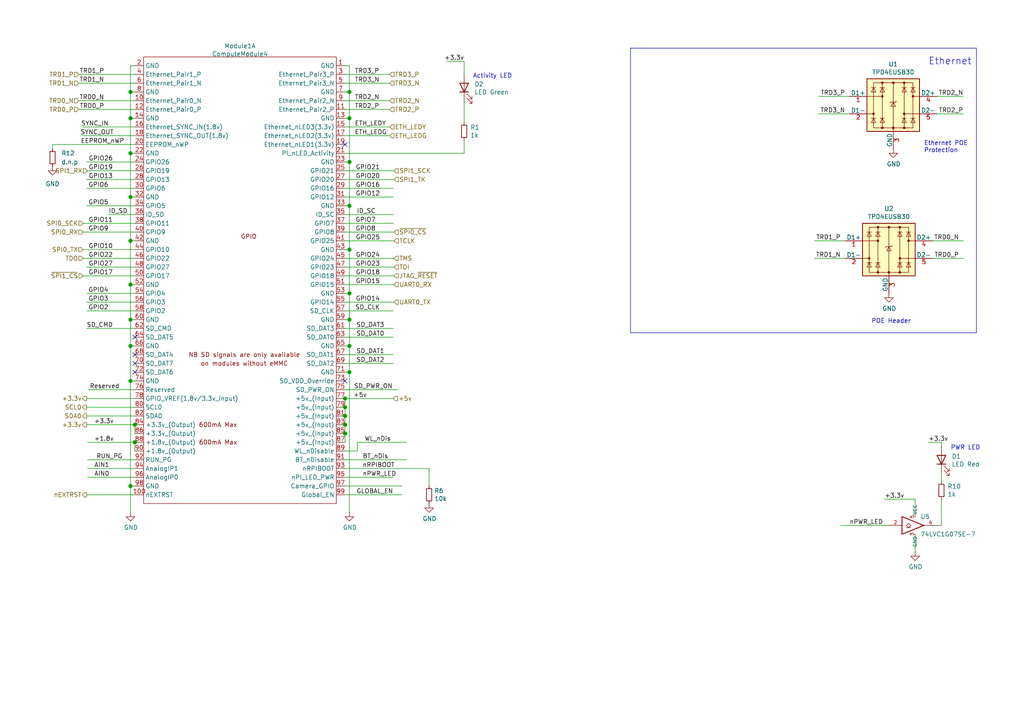
<source format=kicad_sch>
(kicad_sch (version 20211123) (generator eeschema)

  (uuid ec53b93c-c93c-4a00-b315-00a9db4c857c)

  (paper "A4")

  (title_block
    (title "Compute Module 4 IO Board - GPIO - Ethernet")
    (rev "1")
    (company "© 2020-2022 Raspberry Pi Ltd (formerly Raspberry Pi (Trading) Ltd.)")
    (comment 1 "www.raspberrypi.com")
  )

  (lib_symbols
    (symbol "CM4IO:74LVC1G07_copy" (in_bom yes) (on_board yes)
      (property "Reference" "U" (id 0) (at -2.54 3.81 0)
        (effects (font (size 1.27 1.27)))
      )
      (property "Value" "74LVC1G07_copy" (id 1) (at 0 -3.81 0)
        (effects (font (size 1.27 1.27)))
      )
      (property "Footprint" "Package_TO_SOT_SMD:SOT-353_SC-70-5" (id 2) (at 0 0 0)
        (effects (font (size 1.27 1.27)) hide)
      )
      (property "Datasheet" "http://www.ti.com/lit/sg/scyt129e/scyt129e.pdf" (id 3) (at 0 0 0)
        (effects (font (size 1.27 1.27)) hide)
      )
      (property "ki_keywords" "Single Gate Buff LVC CMOS Open Drain" (id 4) (at 0 0 0)
        (effects (font (size 1.27 1.27)) hide)
      )
      (property "ki_description" "Single Buffer Gate w/ Open Drain, Low-Voltage CMOS" (id 5) (at 0 0 0)
        (effects (font (size 1.27 1.27)) hide)
      )
      (property "ki_fp_filters" "SOT* SG-*" (id 6) (at 0 0 0)
        (effects (font (size 1.27 1.27)) hide)
      )
      (symbol "74LVC1G07_copy_0_1"
        (polyline
          (pts
            (xy -2.54 -0.635)
            (xy -1.27 -0.635)
          )
          (stroke (width 0) (type default) (color 0 0 0 0))
          (fill (type none))
        )
        (polyline
          (pts
            (xy -3.81 2.54)
            (xy -3.81 -2.54)
            (xy 2.54 0)
            (xy -3.81 2.54)
          )
          (stroke (width 0.254) (type default) (color 0 0 0 0))
          (fill (type none))
        )
        (polyline
          (pts
            (xy -1.905 0.635)
            (xy -2.54 0)
            (xy -1.905 -0.635)
            (xy -1.27 0)
            (xy -1.905 0.635)
          )
          (stroke (width 0) (type default) (color 0 0 0 0))
          (fill (type none))
        )
      )
      (symbol "74LVC1G07_copy_1_1"
        (pin input line (at -7.62 0 0) (length 3.81)
          (name "~" (effects (font (size 1.016 1.016))))
          (number "2" (effects (font (size 1.016 1.016))))
        )
        (pin power_in line (at 0 -2.54 270) (length 0)
          (name "GND" (effects (font (size 1.016 1.016))))
          (number "3" (effects (font (size 1.016 1.016))))
        )
        (pin open_collector line (at 6.35 0 180) (length 3.81)
          (name "~" (effects (font (size 1.016 1.016))))
          (number "4" (effects (font (size 1.016 1.016))))
        )
        (pin power_in line (at 0 2.54 90) (length 0)
          (name "VCC" (effects (font (size 1.016 1.016))))
          (number "5" (effects (font (size 1.016 1.016))))
        )
      )
    )
    (symbol "CM4IO:ComputeModule4-CM4" (in_bom yes) (on_board yes)
      (property "Reference" "Module" (id 0) (at 113.03 -68.58 0)
        (effects (font (size 1.27 1.27)))
      )
      (property "Value" "ComputeModule4-CM4" (id 1) (at 140.97 2.54 0)
        (effects (font (size 1.27 1.27)))
      )
      (property "Footprint" "CM4IO:Raspberry-Pi-4-Compute-Module" (id 2) (at 142.24 -26.67 0)
        (effects (font (size 1.27 1.27)) hide)
      )
      (property "Datasheet" "" (id 3) (at 142.24 -26.67 0)
        (effects (font (size 1.27 1.27)) hide)
      )
      (property "Field4" "Hirose" (id 4) (at 0 0 0)
        (effects (font (size 1.27 1.27)))
      )
      (property "Field5" "2x DF40C-100DS-0.4V" (id 5) (at 0 -2.54 0)
        (effects (font (size 1.27 1.27)))
      )
      (property "ki_locked" "" (id 6) (at 0 0 0)
        (effects (font (size 1.27 1.27)))
      )
      (symbol "ComputeModule4-CM4_1_0"
        (text "GPIO" (at 0 6.35 0)
          (effects (font (size 1.27 1.27)))
        )
      )
      (symbol "ComputeModule4-CM4_1_1"
        (rectangle (start -30.48 -71.12) (end 25.4 58.42)
          (stroke (width 0) (type default) (color 0 0 0 0))
          (fill (type none))
        )
        (text "600mA Max" (at -8.89 -53.34 0)
          (effects (font (size 1.27 1.27)))
        )
        (text "600mA Max" (at -8.89 -48.26 0)
          (effects (font (size 1.27 1.27)))
        )
        (text "NB SD signals are only available" (at -1.27 -27.94 0)
          (effects (font (size 1.27 1.27)))
        )
        (text "on modules without eMMC" (at -1.27 -30.48 0)
          (effects (font (size 1.27 1.27)))
        )
        (pin power_in line (at 27.94 55.88 180) (length 2.54)
          (name "GND" (effects (font (size 1.27 1.27))))
          (number "1" (effects (font (size 1.27 1.27))))
        )
        (pin passive line (at -33.02 45.72 0) (length 2.54)
          (name "Ethernet_Pair0_N" (effects (font (size 1.27 1.27))))
          (number "10" (effects (font (size 1.27 1.27))))
        )
        (pin output line (at -33.02 -68.58 0) (length 2.54)
          (name "nEXTRST" (effects (font (size 1.27 1.27))))
          (number "100" (effects (font (size 1.27 1.27))))
        )
        (pin passive line (at 27.94 43.18 180) (length 2.54)
          (name "Ethernet_Pair2_P" (effects (font (size 1.27 1.27))))
          (number "11" (effects (font (size 1.27 1.27))))
        )
        (pin passive line (at -33.02 43.18 0) (length 2.54)
          (name "Ethernet_Pair0_P" (effects (font (size 1.27 1.27))))
          (number "12" (effects (font (size 1.27 1.27))))
        )
        (pin power_in line (at 27.94 40.64 180) (length 2.54)
          (name "GND" (effects (font (size 1.27 1.27))))
          (number "13" (effects (font (size 1.27 1.27))))
        )
        (pin power_in line (at -33.02 40.64 0) (length 2.54)
          (name "GND" (effects (font (size 1.27 1.27))))
          (number "14" (effects (font (size 1.27 1.27))))
        )
        (pin output line (at 27.94 38.1 180) (length 2.54)
          (name "Ethernet_nLED3(3.3v)" (effects (font (size 1.27 1.27))))
          (number "15" (effects (font (size 1.27 1.27))))
        )
        (pin input line (at -33.02 38.1 0) (length 2.54)
          (name "Ethernet_SYNC_IN(1.8v)" (effects (font (size 1.27 1.27))))
          (number "16" (effects (font (size 1.27 1.27))))
        )
        (pin output line (at 27.94 35.56 180) (length 2.54)
          (name "Ethernet_nLED2(3.3v)" (effects (font (size 1.27 1.27))))
          (number "17" (effects (font (size 1.27 1.27))))
        )
        (pin input line (at -33.02 35.56 0) (length 2.54)
          (name "Ethernet_SYNC_OUT(1.8v)" (effects (font (size 1.27 1.27))))
          (number "18" (effects (font (size 1.27 1.27))))
        )
        (pin output line (at 27.94 33.02 180) (length 2.54)
          (name "Ethernet_nLED1(3.3v)" (effects (font (size 1.27 1.27))))
          (number "19" (effects (font (size 1.27 1.27))))
        )
        (pin power_in line (at -33.02 55.88 0) (length 2.54)
          (name "GND" (effects (font (size 1.27 1.27))))
          (number "2" (effects (font (size 1.27 1.27))))
        )
        (pin passive line (at -33.02 33.02 0) (length 2.54)
          (name "EEPROM_nWP" (effects (font (size 1.27 1.27))))
          (number "20" (effects (font (size 1.27 1.27))))
        )
        (pin open_collector line (at 27.94 30.48 180) (length 2.54)
          (name "PI_nLED_Activity" (effects (font (size 1.27 1.27))))
          (number "21" (effects (font (size 1.27 1.27))))
        )
        (pin power_in line (at -33.02 30.48 0) (length 2.54)
          (name "GND" (effects (font (size 1.27 1.27))))
          (number "22" (effects (font (size 1.27 1.27))))
        )
        (pin power_in line (at 27.94 27.94 180) (length 2.54)
          (name "GND" (effects (font (size 1.27 1.27))))
          (number "23" (effects (font (size 1.27 1.27))))
        )
        (pin passive line (at -33.02 27.94 0) (length 2.54)
          (name "GPIO26" (effects (font (size 1.27 1.27))))
          (number "24" (effects (font (size 1.27 1.27))))
        )
        (pin passive line (at 27.94 25.4 180) (length 2.54)
          (name "GPIO21" (effects (font (size 1.27 1.27))))
          (number "25" (effects (font (size 1.27 1.27))))
        )
        (pin passive line (at -33.02 25.4 0) (length 2.54)
          (name "GPIO19" (effects (font (size 1.27 1.27))))
          (number "26" (effects (font (size 1.27 1.27))))
        )
        (pin passive line (at 27.94 22.86 180) (length 2.54)
          (name "GPIO20" (effects (font (size 1.27 1.27))))
          (number "27" (effects (font (size 1.27 1.27))))
        )
        (pin passive line (at -33.02 22.86 0) (length 2.54)
          (name "GPIO13" (effects (font (size 1.27 1.27))))
          (number "28" (effects (font (size 1.27 1.27))))
        )
        (pin passive line (at 27.94 20.32 180) (length 2.54)
          (name "GPIO16" (effects (font (size 1.27 1.27))))
          (number "29" (effects (font (size 1.27 1.27))))
        )
        (pin passive line (at 27.94 53.34 180) (length 2.54)
          (name "Ethernet_Pair3_P" (effects (font (size 1.27 1.27))))
          (number "3" (effects (font (size 1.27 1.27))))
        )
        (pin passive line (at -33.02 20.32 0) (length 2.54)
          (name "GPIO6" (effects (font (size 1.27 1.27))))
          (number "30" (effects (font (size 1.27 1.27))))
        )
        (pin passive line (at 27.94 17.78 180) (length 2.54)
          (name "GPIO12" (effects (font (size 1.27 1.27))))
          (number "31" (effects (font (size 1.27 1.27))))
        )
        (pin power_in line (at -33.02 17.78 0) (length 2.54)
          (name "GND" (effects (font (size 1.27 1.27))))
          (number "32" (effects (font (size 1.27 1.27))))
        )
        (pin power_in line (at 27.94 15.24 180) (length 2.54)
          (name "GND" (effects (font (size 1.27 1.27))))
          (number "33" (effects (font (size 1.27 1.27))))
        )
        (pin passive line (at -33.02 15.24 0) (length 2.54)
          (name "GPIO5" (effects (font (size 1.27 1.27))))
          (number "34" (effects (font (size 1.27 1.27))))
        )
        (pin passive line (at 27.94 12.7 180) (length 2.54)
          (name "ID_SC" (effects (font (size 1.27 1.27))))
          (number "35" (effects (font (size 1.27 1.27))))
        )
        (pin passive line (at -33.02 12.7 0) (length 2.54)
          (name "ID_SD" (effects (font (size 1.27 1.27))))
          (number "36" (effects (font (size 1.27 1.27))))
        )
        (pin passive line (at 27.94 10.16 180) (length 2.54)
          (name "GPIO7" (effects (font (size 1.27 1.27))))
          (number "37" (effects (font (size 1.27 1.27))))
        )
        (pin passive line (at -33.02 10.16 0) (length 2.54)
          (name "GPIO11" (effects (font (size 1.27 1.27))))
          (number "38" (effects (font (size 1.27 1.27))))
        )
        (pin passive line (at 27.94 7.62 180) (length 2.54)
          (name "GPIO8" (effects (font (size 1.27 1.27))))
          (number "39" (effects (font (size 1.27 1.27))))
        )
        (pin passive line (at -33.02 53.34 0) (length 2.54)
          (name "Ethernet_Pair1_P" (effects (font (size 1.27 1.27))))
          (number "4" (effects (font (size 1.27 1.27))))
        )
        (pin passive line (at -33.02 7.62 0) (length 2.54)
          (name "GPIO9" (effects (font (size 1.27 1.27))))
          (number "40" (effects (font (size 1.27 1.27))))
        )
        (pin passive line (at 27.94 5.08 180) (length 2.54)
          (name "GPIO25" (effects (font (size 1.27 1.27))))
          (number "41" (effects (font (size 1.27 1.27))))
        )
        (pin power_in line (at -33.02 5.08 0) (length 2.54)
          (name "GND" (effects (font (size 1.27 1.27))))
          (number "42" (effects (font (size 1.27 1.27))))
        )
        (pin power_in line (at 27.94 2.54 180) (length 2.54)
          (name "GND" (effects (font (size 1.27 1.27))))
          (number "43" (effects (font (size 1.27 1.27))))
        )
        (pin passive line (at -33.02 2.54 0) (length 2.54)
          (name "GPIO10" (effects (font (size 1.27 1.27))))
          (number "44" (effects (font (size 1.27 1.27))))
        )
        (pin passive line (at 27.94 0 180) (length 2.54)
          (name "GPIO24" (effects (font (size 1.27 1.27))))
          (number "45" (effects (font (size 1.27 1.27))))
        )
        (pin passive line (at -33.02 0 0) (length 2.54)
          (name "GPIO22" (effects (font (size 1.27 1.27))))
          (number "46" (effects (font (size 1.27 1.27))))
        )
        (pin passive line (at 27.94 -2.54 180) (length 2.54)
          (name "GPIO23" (effects (font (size 1.27 1.27))))
          (number "47" (effects (font (size 1.27 1.27))))
        )
        (pin passive line (at -33.02 -2.54 0) (length 2.54)
          (name "GPIO27" (effects (font (size 1.27 1.27))))
          (number "48" (effects (font (size 1.27 1.27))))
        )
        (pin passive line (at 27.94 -5.08 180) (length 2.54)
          (name "GPIO18" (effects (font (size 1.27 1.27))))
          (number "49" (effects (font (size 1.27 1.27))))
        )
        (pin passive line (at 27.94 50.8 180) (length 2.54)
          (name "Ethernet_Pair3_N" (effects (font (size 1.27 1.27))))
          (number "5" (effects (font (size 1.27 1.27))))
        )
        (pin passive line (at -33.02 -5.08 0) (length 2.54)
          (name "GPIO17" (effects (font (size 1.27 1.27))))
          (number "50" (effects (font (size 1.27 1.27))))
        )
        (pin passive line (at 27.94 -7.62 180) (length 2.54)
          (name "GPIO15" (effects (font (size 1.27 1.27))))
          (number "51" (effects (font (size 1.27 1.27))))
        )
        (pin power_in line (at -33.02 -7.62 0) (length 2.54)
          (name "GND" (effects (font (size 1.27 1.27))))
          (number "52" (effects (font (size 1.27 1.27))))
        )
        (pin power_in line (at 27.94 -10.16 180) (length 2.54)
          (name "GND" (effects (font (size 1.27 1.27))))
          (number "53" (effects (font (size 1.27 1.27))))
        )
        (pin passive line (at -33.02 -10.16 0) (length 2.54)
          (name "GPIO4" (effects (font (size 1.27 1.27))))
          (number "54" (effects (font (size 1.27 1.27))))
        )
        (pin passive line (at 27.94 -12.7 180) (length 2.54)
          (name "GPIO14" (effects (font (size 1.27 1.27))))
          (number "55" (effects (font (size 1.27 1.27))))
        )
        (pin passive line (at -33.02 -12.7 0) (length 2.54)
          (name "GPIO3" (effects (font (size 1.27 1.27))))
          (number "56" (effects (font (size 1.27 1.27))))
        )
        (pin passive line (at 27.94 -15.24 180) (length 2.54)
          (name "SD_CLK" (effects (font (size 1.27 1.27))))
          (number "57" (effects (font (size 1.27 1.27))))
        )
        (pin passive line (at -33.02 -15.24 0) (length 2.54)
          (name "GPIO2" (effects (font (size 1.27 1.27))))
          (number "58" (effects (font (size 1.27 1.27))))
        )
        (pin power_in line (at 27.94 -17.78 180) (length 2.54)
          (name "GND" (effects (font (size 1.27 1.27))))
          (number "59" (effects (font (size 1.27 1.27))))
        )
        (pin passive line (at -33.02 50.8 0) (length 2.54)
          (name "Ethernet_Pair1_N" (effects (font (size 1.27 1.27))))
          (number "6" (effects (font (size 1.27 1.27))))
        )
        (pin power_in line (at -33.02 -17.78 0) (length 2.54)
          (name "GND" (effects (font (size 1.27 1.27))))
          (number "60" (effects (font (size 1.27 1.27))))
        )
        (pin passive line (at 27.94 -20.32 180) (length 2.54)
          (name "SD_DAT3" (effects (font (size 1.27 1.27))))
          (number "61" (effects (font (size 1.27 1.27))))
        )
        (pin passive line (at -33.02 -20.32 0) (length 2.54)
          (name "SD_CMD" (effects (font (size 1.27 1.27))))
          (number "62" (effects (font (size 1.27 1.27))))
        )
        (pin passive line (at 27.94 -22.86 180) (length 2.54)
          (name "SD_DAT0" (effects (font (size 1.27 1.27))))
          (number "63" (effects (font (size 1.27 1.27))))
        )
        (pin passive line (at -33.02 -22.86 0) (length 2.54)
          (name "SD_DAT5" (effects (font (size 1.27 1.27))))
          (number "64" (effects (font (size 1.27 1.27))))
        )
        (pin power_in line (at 27.94 -25.4 180) (length 2.54)
          (name "GND" (effects (font (size 1.27 1.27))))
          (number "65" (effects (font (size 1.27 1.27))))
        )
        (pin power_in line (at -33.02 -25.4 0) (length 2.54)
          (name "GND" (effects (font (size 1.27 1.27))))
          (number "66" (effects (font (size 1.27 1.27))))
        )
        (pin passive line (at 27.94 -27.94 180) (length 2.54)
          (name "SD_DAT1" (effects (font (size 1.27 1.27))))
          (number "67" (effects (font (size 1.27 1.27))))
        )
        (pin passive line (at -33.02 -27.94 0) (length 2.54)
          (name "SD_DAT4" (effects (font (size 1.27 1.27))))
          (number "68" (effects (font (size 1.27 1.27))))
        )
        (pin passive line (at 27.94 -30.48 180) (length 2.54)
          (name "SD_DAT2" (effects (font (size 1.27 1.27))))
          (number "69" (effects (font (size 1.27 1.27))))
        )
        (pin power_in line (at 27.94 48.26 180) (length 2.54)
          (name "GND" (effects (font (size 1.27 1.27))))
          (number "7" (effects (font (size 1.27 1.27))))
        )
        (pin passive line (at -33.02 -30.48 0) (length 2.54)
          (name "SD_DAT7" (effects (font (size 1.27 1.27))))
          (number "70" (effects (font (size 1.27 1.27))))
        )
        (pin power_in line (at 27.94 -33.02 180) (length 2.54)
          (name "GND" (effects (font (size 1.27 1.27))))
          (number "71" (effects (font (size 1.27 1.27))))
        )
        (pin passive line (at -33.02 -33.02 0) (length 2.54)
          (name "SD_DAT6" (effects (font (size 1.27 1.27))))
          (number "72" (effects (font (size 1.27 1.27))))
        )
        (pin input line (at 27.94 -35.56 180) (length 2.54)
          (name "SD_VDD_Override" (effects (font (size 1.27 1.27))))
          (number "73" (effects (font (size 1.27 1.27))))
        )
        (pin power_in line (at -33.02 -35.56 0) (length 2.54)
          (name "GND" (effects (font (size 1.27 1.27))))
          (number "74" (effects (font (size 1.27 1.27))))
        )
        (pin output line (at 27.94 -38.1 180) (length 2.54)
          (name "SD_PWR_ON" (effects (font (size 1.27 1.27))))
          (number "75" (effects (font (size 1.27 1.27))))
        )
        (pin passive line (at -33.02 -38.1 0) (length 2.54)
          (name "Reserved" (effects (font (size 1.27 1.27))))
          (number "76" (effects (font (size 1.27 1.27))))
        )
        (pin power_in line (at 27.94 -40.64 180) (length 2.54)
          (name "+5v_(Input)" (effects (font (size 1.27 1.27))))
          (number "77" (effects (font (size 1.27 1.27))))
        )
        (pin power_in line (at -33.02 -40.64 0) (length 2.54)
          (name "GPIO_VREF(1.8v/3.3v_Input)" (effects (font (size 1.27 1.27))))
          (number "78" (effects (font (size 1.27 1.27))))
        )
        (pin power_in line (at 27.94 -43.18 180) (length 2.54)
          (name "+5v_(Input)" (effects (font (size 1.27 1.27))))
          (number "79" (effects (font (size 1.27 1.27))))
        )
        (pin power_in line (at -33.02 48.26 0) (length 2.54)
          (name "GND" (effects (font (size 1.27 1.27))))
          (number "8" (effects (font (size 1.27 1.27))))
        )
        (pin passive line (at -33.02 -43.18 0) (length 2.54)
          (name "SCL0" (effects (font (size 1.27 1.27))))
          (number "80" (effects (font (size 1.27 1.27))))
        )
        (pin power_in line (at 27.94 -45.72 180) (length 2.54)
          (name "+5v_(Input)" (effects (font (size 1.27 1.27))))
          (number "81" (effects (font (size 1.27 1.27))))
        )
        (pin passive line (at -33.02 -45.72 0) (length 2.54)
          (name "SDA0" (effects (font (size 1.27 1.27))))
          (number "82" (effects (font (size 1.27 1.27))))
        )
        (pin power_in line (at 27.94 -48.26 180) (length 2.54)
          (name "+5v_(Input)" (effects (font (size 1.27 1.27))))
          (number "83" (effects (font (size 1.27 1.27))))
        )
        (pin power_out line (at -33.02 -48.26 0) (length 2.54)
          (name "+3.3v_(Output)" (effects (font (size 1.27 1.27))))
          (number "84" (effects (font (size 1.27 1.27))))
        )
        (pin power_in line (at 27.94 -50.8 180) (length 2.54)
          (name "+5v_(Input)" (effects (font (size 1.27 1.27))))
          (number "85" (effects (font (size 1.27 1.27))))
        )
        (pin power_out line (at -33.02 -50.8 0) (length 2.54)
          (name "+3.3v_(Output)" (effects (font (size 1.27 1.27))))
          (number "86" (effects (font (size 1.27 1.27))))
        )
        (pin power_in line (at 27.94 -53.34 180) (length 2.54)
          (name "+5v_(Input)" (effects (font (size 1.27 1.27))))
          (number "87" (effects (font (size 1.27 1.27))))
        )
        (pin power_out line (at -33.02 -53.34 0) (length 2.54)
          (name "+1.8v_(Output)" (effects (font (size 1.27 1.27))))
          (number "88" (effects (font (size 1.27 1.27))))
        )
        (pin input line (at 27.94 -55.88 180) (length 2.54)
          (name "WL_nDisable" (effects (font (size 1.27 1.27))))
          (number "89" (effects (font (size 1.27 1.27))))
        )
        (pin passive line (at 27.94 45.72 180) (length 2.54)
          (name "Ethernet_Pair2_N" (effects (font (size 1.27 1.27))))
          (number "9" (effects (font (size 1.27 1.27))))
        )
        (pin power_out line (at -33.02 -55.88 0) (length 2.54)
          (name "+1.8v_(Output)" (effects (font (size 1.27 1.27))))
          (number "90" (effects (font (size 1.27 1.27))))
        )
        (pin input line (at 27.94 -58.42 180) (length 2.54)
          (name "BT_nDisable" (effects (font (size 1.27 1.27))))
          (number "91" (effects (font (size 1.27 1.27))))
        )
        (pin passive line (at -33.02 -58.42 0) (length 2.54)
          (name "RUN_PG" (effects (font (size 1.27 1.27))))
          (number "92" (effects (font (size 1.27 1.27))))
        )
        (pin input line (at 27.94 -60.96 180) (length 2.54)
          (name "nRPIBOOT" (effects (font (size 1.27 1.27))))
          (number "93" (effects (font (size 1.27 1.27))))
        )
        (pin passive line (at -33.02 -60.96 0) (length 2.54)
          (name "AnalogIP1" (effects (font (size 1.27 1.27))))
          (number "94" (effects (font (size 1.27 1.27))))
        )
        (pin output line (at 27.94 -63.5 180) (length 2.54)
          (name "nPI_LED_PWR" (effects (font (size 1.27 1.27))))
          (number "95" (effects (font (size 1.27 1.27))))
        )
        (pin passive line (at -33.02 -63.5 0) (length 2.54)
          (name "AnalogIP0" (effects (font (size 1.27 1.27))))
          (number "96" (effects (font (size 1.27 1.27))))
        )
        (pin passive line (at 27.94 -66.04 180) (length 2.54)
          (name "Camera_GPIO" (effects (font (size 1.27 1.27))))
          (number "97" (effects (font (size 1.27 1.27))))
        )
        (pin power_in line (at -33.02 -66.04 0) (length 2.54)
          (name "GND" (effects (font (size 1.27 1.27))))
          (number "98" (effects (font (size 1.27 1.27))))
        )
        (pin input line (at 27.94 -68.58 180) (length 2.54)
          (name "Global_EN" (effects (font (size 1.27 1.27))))
          (number "99" (effects (font (size 1.27 1.27))))
        )
      )
      (symbol "ComputeModule4-CM4_2_1"
        (rectangle (start 114.3 -66.04) (end 165.1 63.5)
          (stroke (width 0) (type default) (color 0 0 0 0))
          (fill (type none))
        )
        (text "High Speed Serial" (at 140.97 0 0)
          (effects (font (size 1.27 1.27)))
        )
        (pin input line (at 170.18 60.96 180) (length 5.08)
          (name "USB_OTG_ID" (effects (font (size 1.27 1.27))))
          (number "101" (effects (font (size 1.27 1.27))))
        )
        (pin input line (at 109.22 60.96 0) (length 5.08)
          (name "PCIe_CLK_nREQ" (effects (font (size 1.27 1.27))))
          (number "102" (effects (font (size 1.27 1.27))))
        )
        (pin passive line (at 170.18 58.42 180) (length 5.08)
          (name "USB2_N" (effects (font (size 1.27 1.27))))
          (number "103" (effects (font (size 1.27 1.27))))
        )
        (pin passive line (at 109.22 58.42 0) (length 5.08)
          (name "Reserved" (effects (font (size 1.27 1.27))))
          (number "104" (effects (font (size 1.27 1.27))))
        )
        (pin passive line (at 170.18 55.88 180) (length 5.08)
          (name "USB2_P" (effects (font (size 1.27 1.27))))
          (number "105" (effects (font (size 1.27 1.27))))
        )
        (pin passive line (at 109.22 55.88 0) (length 5.08)
          (name "Reserved" (effects (font (size 1.27 1.27))))
          (number "106" (effects (font (size 1.27 1.27))))
        )
        (pin power_in line (at 170.18 53.34 180) (length 5.08)
          (name "GND" (effects (font (size 1.27 1.27))))
          (number "107" (effects (font (size 1.27 1.27))))
        )
        (pin power_in line (at 109.22 53.34 0) (length 5.08)
          (name "GND" (effects (font (size 1.27 1.27))))
          (number "108" (effects (font (size 1.27 1.27))))
        )
        (pin bidirectional line (at 170.18 50.8 180) (length 5.08)
          (name "PCIe_nRST" (effects (font (size 1.27 1.27))))
          (number "109" (effects (font (size 1.27 1.27))))
        )
        (pin output line (at 109.22 50.8 0) (length 5.08)
          (name "PCIe_CLK_P" (effects (font (size 1.27 1.27))))
          (number "110" (effects (font (size 1.27 1.27))))
        )
        (pin passive line (at 170.18 48.26 180) (length 5.08)
          (name "VDAC_COMP" (effects (font (size 1.27 1.27))))
          (number "111" (effects (font (size 1.27 1.27))))
        )
        (pin output line (at 109.22 48.26 0) (length 5.08)
          (name "PCIe_CLK_N" (effects (font (size 1.27 1.27))))
          (number "112" (effects (font (size 1.27 1.27))))
        )
        (pin power_in line (at 170.18 45.72 180) (length 5.08)
          (name "GND" (effects (font (size 1.27 1.27))))
          (number "113" (effects (font (size 1.27 1.27))))
        )
        (pin power_in line (at 109.22 45.72 0) (length 5.08)
          (name "GND" (effects (font (size 1.27 1.27))))
          (number "114" (effects (font (size 1.27 1.27))))
        )
        (pin input line (at 170.18 43.18 180) (length 5.08)
          (name "CAM1_D0_N" (effects (font (size 1.27 1.27))))
          (number "115" (effects (font (size 1.27 1.27))))
        )
        (pin input line (at 109.22 43.18 0) (length 5.08)
          (name "PCIe_RX_P" (effects (font (size 1.27 1.27))))
          (number "116" (effects (font (size 1.27 1.27))))
        )
        (pin input line (at 170.18 40.64 180) (length 5.08)
          (name "CAM1_D0_P" (effects (font (size 1.27 1.27))))
          (number "117" (effects (font (size 1.27 1.27))))
        )
        (pin input line (at 109.22 40.64 0) (length 5.08)
          (name "PCIe_RX_N" (effects (font (size 1.27 1.27))))
          (number "118" (effects (font (size 1.27 1.27))))
        )
        (pin power_in line (at 170.18 38.1 180) (length 5.08)
          (name "GND" (effects (font (size 1.27 1.27))))
          (number "119" (effects (font (size 1.27 1.27))))
        )
        (pin power_in line (at 109.22 38.1 0) (length 5.08)
          (name "GND" (effects (font (size 1.27 1.27))))
          (number "120" (effects (font (size 1.27 1.27))))
        )
        (pin input line (at 170.18 35.56 180) (length 5.08)
          (name "CAM1_D1_N" (effects (font (size 1.27 1.27))))
          (number "121" (effects (font (size 1.27 1.27))))
        )
        (pin output line (at 109.22 35.56 0) (length 5.08)
          (name "PCIe_TX_P" (effects (font (size 1.27 1.27))))
          (number "122" (effects (font (size 1.27 1.27))))
        )
        (pin input line (at 170.18 33.02 180) (length 5.08)
          (name "CAM1_D1_P" (effects (font (size 1.27 1.27))))
          (number "123" (effects (font (size 1.27 1.27))))
        )
        (pin output line (at 109.22 33.02 0) (length 5.08)
          (name "PCIe_TX_N" (effects (font (size 1.27 1.27))))
          (number "124" (effects (font (size 1.27 1.27))))
        )
        (pin power_in line (at 170.18 30.48 180) (length 5.08)
          (name "GND" (effects (font (size 1.27 1.27))))
          (number "125" (effects (font (size 1.27 1.27))))
        )
        (pin power_in line (at 109.22 30.48 0) (length 5.08)
          (name "GND" (effects (font (size 1.27 1.27))))
          (number "126" (effects (font (size 1.27 1.27))))
        )
        (pin input line (at 170.18 27.94 180) (length 5.08)
          (name "CAM1_C_N" (effects (font (size 1.27 1.27))))
          (number "127" (effects (font (size 1.27 1.27))))
        )
        (pin input line (at 109.22 27.94 0) (length 5.08)
          (name "CAM0_D0_N" (effects (font (size 1.27 1.27))))
          (number "128" (effects (font (size 1.27 1.27))))
        )
        (pin input line (at 170.18 25.4 180) (length 5.08)
          (name "CAM1_C_P" (effects (font (size 1.27 1.27))))
          (number "129" (effects (font (size 1.27 1.27))))
        )
        (pin input line (at 109.22 25.4 0) (length 5.08)
          (name "CAM0_D0_P" (effects (font (size 1.27 1.27))))
          (number "130" (effects (font (size 1.27 1.27))))
        )
        (pin power_in line (at 170.18 22.86 180) (length 5.08)
          (name "GND" (effects (font (size 1.27 1.27))))
          (number "131" (effects (font (size 1.27 1.27))))
        )
        (pin power_in line (at 109.22 22.86 0) (length 5.08)
          (name "GND" (effects (font (size 1.27 1.27))))
          (number "132" (effects (font (size 1.27 1.27))))
        )
        (pin input line (at 170.18 20.32 180) (length 5.08)
          (name "CAM1_D2_N" (effects (font (size 1.27 1.27))))
          (number "133" (effects (font (size 1.27 1.27))))
        )
        (pin input line (at 109.22 20.32 0) (length 5.08)
          (name "CAM0_D1_N" (effects (font (size 1.27 1.27))))
          (number "134" (effects (font (size 1.27 1.27))))
        )
        (pin input line (at 170.18 17.78 180) (length 5.08)
          (name "CAM1_D2_P" (effects (font (size 1.27 1.27))))
          (number "135" (effects (font (size 1.27 1.27))))
        )
        (pin input line (at 109.22 17.78 0) (length 5.08)
          (name "CAM0_D1_P" (effects (font (size 1.27 1.27))))
          (number "136" (effects (font (size 1.27 1.27))))
        )
        (pin power_in line (at 170.18 15.24 180) (length 5.08)
          (name "GND" (effects (font (size 1.27 1.27))))
          (number "137" (effects (font (size 1.27 1.27))))
        )
        (pin power_in line (at 109.22 15.24 0) (length 5.08)
          (name "GND" (effects (font (size 1.27 1.27))))
          (number "138" (effects (font (size 1.27 1.27))))
        )
        (pin input line (at 170.18 12.7 180) (length 5.08)
          (name "CAM1_D3_N" (effects (font (size 1.27 1.27))))
          (number "139" (effects (font (size 1.27 1.27))))
        )
        (pin input line (at 109.22 12.7 0) (length 5.08)
          (name "CAM0_C_N" (effects (font (size 1.27 1.27))))
          (number "140" (effects (font (size 1.27 1.27))))
        )
        (pin input line (at 170.18 10.16 180) (length 5.08)
          (name "CAM1_D3_P" (effects (font (size 1.27 1.27))))
          (number "141" (effects (font (size 1.27 1.27))))
        )
        (pin input line (at 109.22 10.16 0) (length 5.08)
          (name "CAM0_C_P" (effects (font (size 1.27 1.27))))
          (number "142" (effects (font (size 1.27 1.27))))
        )
        (pin input line (at 170.18 7.62 180) (length 5.08)
          (name "HDMI1_HOTPLUG" (effects (font (size 1.27 1.27))))
          (number "143" (effects (font (size 1.27 1.27))))
        )
        (pin power_in line (at 109.22 7.62 0) (length 5.08)
          (name "GND" (effects (font (size 1.27 1.27))))
          (number "144" (effects (font (size 1.27 1.27))))
        )
        (pin bidirectional line (at 170.18 5.08 180) (length 5.08)
          (name "HDMI1_SDA" (effects (font (size 1.27 1.27))))
          (number "145" (effects (font (size 1.27 1.27))))
        )
        (pin output line (at 109.22 5.08 0) (length 5.08)
          (name "HDMI1_TX2_P" (effects (font (size 1.27 1.27))))
          (number "146" (effects (font (size 1.27 1.27))))
        )
        (pin open_collector line (at 170.18 2.54 180) (length 5.08)
          (name "HDMI1_SCL" (effects (font (size 1.27 1.27))))
          (number "147" (effects (font (size 1.27 1.27))))
        )
        (pin output line (at 109.22 2.54 0) (length 5.08)
          (name "HDMI1_TX2_N" (effects (font (size 1.27 1.27))))
          (number "148" (effects (font (size 1.27 1.27))))
        )
        (pin open_collector line (at 170.18 0 180) (length 5.08)
          (name "HDMI1_CEC" (effects (font (size 1.27 1.27))))
          (number "149" (effects (font (size 1.27 1.27))))
        )
        (pin power_in line (at 109.22 0 0) (length 5.08)
          (name "GND" (effects (font (size 1.27 1.27))))
          (number "150" (effects (font (size 1.27 1.27))))
        )
        (pin open_collector line (at 170.18 -2.54 180) (length 5.08)
          (name "HDMI0_CEC" (effects (font (size 1.27 1.27))))
          (number "151" (effects (font (size 1.27 1.27))))
        )
        (pin output line (at 109.22 -2.54 0) (length 5.08)
          (name "HDMI1_TX1_P" (effects (font (size 1.27 1.27))))
          (number "152" (effects (font (size 1.27 1.27))))
        )
        (pin input line (at 170.18 -5.08 180) (length 5.08)
          (name "HDMI0_HOTPLUG" (effects (font (size 1.27 1.27))))
          (number "153" (effects (font (size 1.27 1.27))))
        )
        (pin output line (at 109.22 -5.08 0) (length 5.08)
          (name "HDMI1_TX1_N" (effects (font (size 1.27 1.27))))
          (number "154" (effects (font (size 1.27 1.27))))
        )
        (pin power_in line (at 170.18 -7.62 180) (length 5.08)
          (name "GND" (effects (font (size 1.27 1.27))))
          (number "155" (effects (font (size 1.27 1.27))))
        )
        (pin power_in line (at 109.22 -7.62 0) (length 5.08)
          (name "GND" (effects (font (size 1.27 1.27))))
          (number "156" (effects (font (size 1.27 1.27))))
        )
        (pin output line (at 170.18 -10.16 180) (length 5.08)
          (name "DSI0_D0_N" (effects (font (size 1.27 1.27))))
          (number "157" (effects (font (size 1.27 1.27))))
        )
        (pin output line (at 109.22 -10.16 0) (length 5.08)
          (name "HDMI1_TX0_P" (effects (font (size 1.27 1.27))))
          (number "158" (effects (font (size 1.27 1.27))))
        )
        (pin output line (at 170.18 -12.7 180) (length 5.08)
          (name "DSI0_D0_P" (effects (font (size 1.27 1.27))))
          (number "159" (effects (font (size 1.27 1.27))))
        )
        (pin output line (at 109.22 -12.7 0) (length 5.08)
          (name "HDMI1_TX0_N" (effects (font (size 1.27 1.27))))
          (number "160" (effects (font (size 1.27 1.27))))
        )
        (pin power_in line (at 170.18 -15.24 180) (length 5.08)
          (name "GND" (effects (font (size 1.27 1.27))))
          (number "161" (effects (font (size 1.27 1.27))))
        )
        (pin power_in line (at 109.22 -15.24 0) (length 5.08)
          (name "GND" (effects (font (size 1.27 1.27))))
          (number "162" (effects (font (size 1.27 1.27))))
        )
        (pin output line (at 170.18 -17.78 180) (length 5.08)
          (name "DSI0_D1_N" (effects (font (size 1.27 1.27))))
          (number "163" (effects (font (size 1.27 1.27))))
        )
        (pin output line (at 109.22 -17.78 0) (length 5.08)
          (name "HDMI1_CLK_P" (effects (font (size 1.27 1.27))))
          (number "164" (effects (font (size 1.27 1.27))))
        )
        (pin output line (at 170.18 -20.32 180) (length 5.08)
          (name "DSI0_D1_P" (effects (font (size 1.27 1.27))))
          (number "165" (effects (font (size 1.27 1.27))))
        )
        (pin output line (at 109.22 -20.32 0) (length 5.08)
          (name "HDMI1_CLK_N" (effects (font (size 1.27 1.27))))
          (number "166" (effects (font (size 1.27 1.27))))
        )
        (pin power_in line (at 170.18 -22.86 180) (length 5.08)
          (name "GND" (effects (font (size 1.27 1.27))))
          (number "167" (effects (font (size 1.27 1.27))))
        )
        (pin power_in line (at 109.22 -22.86 0) (length 5.08)
          (name "GND" (effects (font (size 1.27 1.27))))
          (number "168" (effects (font (size 1.27 1.27))))
        )
        (pin output line (at 170.18 -25.4 180) (length 5.08)
          (name "DSI0_C_N" (effects (font (size 1.27 1.27))))
          (number "169" (effects (font (size 1.27 1.27))))
        )
        (pin output line (at 109.22 -25.4 0) (length 5.08)
          (name "HDMI0_TX2_P" (effects (font (size 1.27 1.27))))
          (number "170" (effects (font (size 1.27 1.27))))
        )
        (pin output line (at 170.18 -27.94 180) (length 5.08)
          (name "DSI0_C_P" (effects (font (size 1.27 1.27))))
          (number "171" (effects (font (size 1.27 1.27))))
        )
        (pin output line (at 109.22 -27.94 0) (length 5.08)
          (name "HDMI0_TX2_N" (effects (font (size 1.27 1.27))))
          (number "172" (effects (font (size 1.27 1.27))))
        )
        (pin power_in line (at 170.18 -30.48 180) (length 5.08)
          (name "GND" (effects (font (size 1.27 1.27))))
          (number "173" (effects (font (size 1.27 1.27))))
        )
        (pin power_in line (at 109.22 -30.48 0) (length 5.08)
          (name "GND" (effects (font (size 1.27 1.27))))
          (number "174" (effects (font (size 1.27 1.27))))
        )
        (pin output line (at 170.18 -33.02 180) (length 5.08)
          (name "DSI1_D0_N" (effects (font (size 1.27 1.27))))
          (number "175" (effects (font (size 1.27 1.27))))
        )
        (pin output line (at 109.22 -33.02 0) (length 5.08)
          (name "HDMI0_TX1_P" (effects (font (size 1.27 1.27))))
          (number "176" (effects (font (size 1.27 1.27))))
        )
        (pin output line (at 170.18 -35.56 180) (length 5.08)
          (name "DSI1_D0_P" (effects (font (size 1.27 1.27))))
          (number "177" (effects (font (size 1.27 1.27))))
        )
        (pin output line (at 109.22 -35.56 0) (length 5.08)
          (name "HDMI0_TX1_N" (effects (font (size 1.27 1.27))))
          (number "178" (effects (font (size 1.27 1.27))))
        )
        (pin power_in line (at 170.18 -38.1 180) (length 5.08)
          (name "GND" (effects (font (size 1.27 1.27))))
          (number "179" (effects (font (size 1.27 1.27))))
        )
        (pin power_in line (at 109.22 -38.1 0) (length 5.08)
          (name "GND" (effects (font (size 1.27 1.27))))
          (number "180" (effects (font (size 1.27 1.27))))
        )
        (pin output line (at 170.18 -40.64 180) (length 5.08)
          (name "DSI1_D1_N" (effects (font (size 1.27 1.27))))
          (number "181" (effects (font (size 1.27 1.27))))
        )
        (pin output line (at 109.22 -40.64 0) (length 5.08)
          (name "HDMI0_TX0_P" (effects (font (size 1.27 1.27))))
          (number "182" (effects (font (size 1.27 1.27))))
        )
        (pin output line (at 170.18 -43.18 180) (length 5.08)
          (name "DSI1_D1_P" (effects (font (size 1.27 1.27))))
          (number "183" (effects (font (size 1.27 1.27))))
        )
        (pin output line (at 109.22 -43.18 0) (length 5.08)
          (name "HDMI0_TX0_N" (effects (font (size 1.27 1.27))))
          (number "184" (effects (font (size 1.27 1.27))))
        )
        (pin power_in line (at 170.18 -45.72 180) (length 5.08)
          (name "GND" (effects (font (size 1.27 1.27))))
          (number "185" (effects (font (size 1.27 1.27))))
        )
        (pin power_in line (at 109.22 -45.72 0) (length 5.08)
          (name "GND" (effects (font (size 1.27 1.27))))
          (number "186" (effects (font (size 1.27 1.27))))
        )
        (pin output line (at 170.18 -48.26 180) (length 5.08)
          (name "DSI1_C_N" (effects (font (size 1.27 1.27))))
          (number "187" (effects (font (size 1.27 1.27))))
        )
        (pin output line (at 109.22 -48.26 0) (length 5.08)
          (name "HDMI0_CLK_P" (effects (font (size 1.27 1.27))))
          (number "188" (effects (font (size 1.27 1.27))))
        )
        (pin output line (at 170.18 -50.8 180) (length 5.08)
          (name "DSI1_C_P" (effects (font (size 1.27 1.27))))
          (number "189" (effects (font (size 1.27 1.27))))
        )
        (pin output line (at 109.22 -50.8 0) (length 5.08)
          (name "HDMI0_CLK_N" (effects (font (size 1.27 1.27))))
          (number "190" (effects (font (size 1.27 1.27))))
        )
        (pin power_in line (at 170.18 -53.34 180) (length 5.08)
          (name "GND" (effects (font (size 1.27 1.27))))
          (number "191" (effects (font (size 1.27 1.27))))
        )
        (pin power_in line (at 109.22 -53.34 0) (length 5.08)
          (name "GND" (effects (font (size 1.27 1.27))))
          (number "192" (effects (font (size 1.27 1.27))))
        )
        (pin output line (at 170.18 -55.88 180) (length 5.08)
          (name "DSI1_D2_N" (effects (font (size 1.27 1.27))))
          (number "193" (effects (font (size 1.27 1.27))))
        )
        (pin output line (at 109.22 -55.88 0) (length 5.08)
          (name "DSI1_D3_N" (effects (font (size 1.27 1.27))))
          (number "194" (effects (font (size 1.27 1.27))))
        )
        (pin output line (at 170.18 -58.42 180) (length 5.08)
          (name "DSI1_D2_P" (effects (font (size 1.27 1.27))))
          (number "195" (effects (font (size 1.27 1.27))))
        )
        (pin output line (at 109.22 -58.42 0) (length 5.08)
          (name "DSI1_D3_P" (effects (font (size 1.27 1.27))))
          (number "196" (effects (font (size 1.27 1.27))))
        )
        (pin power_in line (at 170.18 -60.96 180) (length 5.08)
          (name "GND" (effects (font (size 1.27 1.27))))
          (number "197" (effects (font (size 1.27 1.27))))
        )
        (pin power_in line (at 109.22 -60.96 0) (length 5.08)
          (name "GND" (effects (font (size 1.27 1.27))))
          (number "198" (effects (font (size 1.27 1.27))))
        )
        (pin bidirectional line (at 170.18 -63.5 180) (length 5.08)
          (name "HDMI0_SDA" (effects (font (size 1.27 1.27))))
          (number "199" (effects (font (size 1.27 1.27))))
        )
        (pin open_collector line (at 109.22 -63.5 0) (length 5.08)
          (name "HDMI0_SCL" (effects (font (size 1.27 1.27))))
          (number "200" (effects (font (size 1.27 1.27))))
        )
      )
    )
    (symbol "CM4IO:TPD4EUSB30" (pin_names (offset 0)) (in_bom yes) (on_board yes)
      (property "Reference" "U" (id 0) (at -0.635 8.89 0)
        (effects (font (size 1.27 1.27)))
      )
      (property "Value" "TPD4EUSB30" (id 1) (at 8.89 -10.16 0)
        (effects (font (size 1.27 1.27)))
      )
      (property "Footprint" "Package_SON:USON-10_2.5x1.0mm_P0.5mm" (id 2) (at -24.13 -10.16 0)
        (effects (font (size 1.27 1.27)) hide)
      )
      (property "Datasheet" "http://www.ti.com/lit/ds/symlink/tpd2eusb30a.pdf" (id 3) (at 0 0 0)
        (effects (font (size 1.27 1.27)) hide)
      )
      (property "ki_keywords" "ESD protection USB 3.0" (id 4) (at 0 0 0)
        (effects (font (size 1.27 1.27)) hide)
      )
      (property "ki_description" "4-Channel ESD Protection for Super-Speed USB 3.0 Interface, USON-10" (id 5) (at 0 0 0)
        (effects (font (size 1.27 1.27)) hide)
      )
      (property "ki_fp_filters" "USON*2.5x1.0mm*P0.5mm*" (id 6) (at 0 0 0)
        (effects (font (size 1.27 1.27)) hide)
      )
      (symbol "TPD4EUSB30_0_0"
        (rectangle (start -5.715 6.477) (end 5.715 -6.604)
          (stroke (width 0) (type default) (color 0 0 0 0))
          (fill (type none))
        )
        (polyline
          (pts
            (xy -3.175 -6.604)
            (xy -3.175 6.477)
          )
          (stroke (width 0) (type default) (color 0 0 0 0))
          (fill (type none))
        )
        (polyline
          (pts
            (xy 0 6.477)
            (xy 0 -6.604)
          )
          (stroke (width 0) (type default) (color 0 0 0 0))
          (fill (type none))
        )
        (polyline
          (pts
            (xy 3.175 6.477)
            (xy 3.175 -6.604)
          )
          (stroke (width 0) (type default) (color 0 0 0 0))
          (fill (type none))
        )
      )
      (symbol "TPD4EUSB30_0_1"
        (rectangle (start -7.62 7.62) (end 7.62 -7.62)
          (stroke (width 0.254) (type default) (color 0 0 0 0))
          (fill (type background))
        )
        (circle (center -5.715 -2.54) (radius 0.2794)
          (stroke (width 0) (type default) (color 0 0 0 0))
          (fill (type outline))
        )
        (circle (center -3.175 -6.604) (radius 0.2794)
          (stroke (width 0) (type default) (color 0 0 0 0))
          (fill (type outline))
        )
        (circle (center -3.175 2.54) (radius 0.2794)
          (stroke (width 0) (type default) (color 0 0 0 0))
          (fill (type outline))
        )
        (circle (center -3.175 6.477) (radius 0.2794)
          (stroke (width 0) (type default) (color 0 0 0 0))
          (fill (type outline))
        )
        (circle (center 0 -6.604) (radius 0.2794)
          (stroke (width 0) (type default) (color 0 0 0 0))
          (fill (type outline))
        )
        (polyline
          (pts
            (xy -7.747 2.54)
            (xy -3.175 2.54)
          )
          (stroke (width 0) (type default) (color 0 0 0 0))
          (fill (type none))
        )
        (polyline
          (pts
            (xy -7.62 -2.54)
            (xy -5.715 -2.54)
          )
          (stroke (width 0) (type default) (color 0 0 0 0))
          (fill (type none))
        )
        (polyline
          (pts
            (xy -5.08 -3.81)
            (xy -6.35 -3.81)
          )
          (stroke (width 0) (type default) (color 0 0 0 0))
          (fill (type none))
        )
        (polyline
          (pts
            (xy -5.08 5.08)
            (xy -6.35 5.08)
          )
          (stroke (width 0) (type default) (color 0 0 0 0))
          (fill (type none))
        )
        (polyline
          (pts
            (xy -2.54 -3.81)
            (xy -3.81 -3.81)
          )
          (stroke (width 0) (type default) (color 0 0 0 0))
          (fill (type none))
        )
        (polyline
          (pts
            (xy -2.54 5.08)
            (xy -3.81 5.08)
          )
          (stroke (width 0) (type default) (color 0 0 0 0))
          (fill (type none))
        )
        (polyline
          (pts
            (xy -0.635 0.889)
            (xy -1.016 0.635)
          )
          (stroke (width 0) (type default) (color 0 0 0 0))
          (fill (type none))
        )
        (polyline
          (pts
            (xy 0 -6.604)
            (xy 0 -7.62)
          )
          (stroke (width 0) (type default) (color 0 0 0 0))
          (fill (type none))
        )
        (polyline
          (pts
            (xy 0.635 0.889)
            (xy -0.635 0.889)
          )
          (stroke (width 0) (type default) (color 0 0 0 0))
          (fill (type none))
        )
        (polyline
          (pts
            (xy 0.635 0.889)
            (xy 1.016 1.143)
          )
          (stroke (width 0) (type default) (color 0 0 0 0))
          (fill (type none))
        )
        (polyline
          (pts
            (xy 3.81 -3.81)
            (xy 2.54 -3.81)
          )
          (stroke (width 0) (type default) (color 0 0 0 0))
          (fill (type none))
        )
        (polyline
          (pts
            (xy 3.81 5.08)
            (xy 2.54 5.08)
          )
          (stroke (width 0) (type default) (color 0 0 0 0))
          (fill (type none))
        )
        (polyline
          (pts
            (xy 6.35 -3.81)
            (xy 5.08 -3.81)
          )
          (stroke (width 0) (type default) (color 0 0 0 0))
          (fill (type none))
        )
        (polyline
          (pts
            (xy 6.35 5.08)
            (xy 5.08 5.08)
          )
          (stroke (width 0) (type default) (color 0 0 0 0))
          (fill (type none))
        )
        (polyline
          (pts
            (xy 7.62 -2.54)
            (xy 3.175 -2.54)
          )
          (stroke (width 0) (type default) (color 0 0 0 0))
          (fill (type none))
        )
        (polyline
          (pts
            (xy 7.62 2.54)
            (xy 5.715 2.54)
          )
          (stroke (width 0) (type default) (color 0 0 0 0))
          (fill (type none))
        )
        (polyline
          (pts
            (xy -5.08 -5.08)
            (xy -6.35 -5.08)
            (xy -5.715 -3.81)
            (xy -5.08 -5.08)
          )
          (stroke (width 0) (type default) (color 0 0 0 0))
          (fill (type none))
        )
        (polyline
          (pts
            (xy -5.08 3.81)
            (xy -6.35 3.81)
            (xy -5.715 5.08)
            (xy -5.08 3.81)
          )
          (stroke (width 0) (type default) (color 0 0 0 0))
          (fill (type none))
        )
        (polyline
          (pts
            (xy -2.54 -5.08)
            (xy -3.81 -5.08)
            (xy -3.175 -3.81)
            (xy -2.54 -5.08)
          )
          (stroke (width 0) (type default) (color 0 0 0 0))
          (fill (type none))
        )
        (polyline
          (pts
            (xy -2.54 3.81)
            (xy -3.81 3.81)
            (xy -3.175 5.08)
            (xy -2.54 3.81)
          )
          (stroke (width 0) (type default) (color 0 0 0 0))
          (fill (type none))
        )
        (polyline
          (pts
            (xy 0.635 -0.381)
            (xy -0.635 -0.381)
            (xy 0 0.889)
            (xy 0.635 -0.381)
          )
          (stroke (width 0) (type default) (color 0 0 0 0))
          (fill (type none))
        )
        (polyline
          (pts
            (xy 3.81 -5.08)
            (xy 2.54 -5.08)
            (xy 3.175 -3.81)
            (xy 3.81 -5.08)
          )
          (stroke (width 0) (type default) (color 0 0 0 0))
          (fill (type none))
        )
        (polyline
          (pts
            (xy 3.81 3.81)
            (xy 2.54 3.81)
            (xy 3.175 5.08)
            (xy 3.81 3.81)
          )
          (stroke (width 0) (type default) (color 0 0 0 0))
          (fill (type none))
        )
        (polyline
          (pts
            (xy 6.35 -5.08)
            (xy 5.08 -5.08)
            (xy 5.715 -3.81)
            (xy 6.35 -5.08)
          )
          (stroke (width 0) (type default) (color 0 0 0 0))
          (fill (type none))
        )
        (polyline
          (pts
            (xy 6.35 3.81)
            (xy 5.08 3.81)
            (xy 5.715 5.08)
            (xy 6.35 3.81)
          )
          (stroke (width 0) (type default) (color 0 0 0 0))
          (fill (type none))
        )
        (circle (center 0 6.477) (radius 0.2794)
          (stroke (width 0) (type default) (color 0 0 0 0))
          (fill (type outline))
        )
        (circle (center 3.175 -6.604) (radius 0.2794)
          (stroke (width 0) (type default) (color 0 0 0 0))
          (fill (type outline))
        )
        (circle (center 3.175 -2.54) (radius 0.2794)
          (stroke (width 0) (type default) (color 0 0 0 0))
          (fill (type outline))
        )
        (circle (center 3.175 6.477) (radius 0.2794)
          (stroke (width 0) (type default) (color 0 0 0 0))
          (fill (type outline))
        )
        (circle (center 5.715 2.54) (radius 0.2794)
          (stroke (width 0) (type default) (color 0 0 0 0))
          (fill (type outline))
        )
      )
      (symbol "TPD4EUSB30_1_1"
        (pin passive line (at -12.7 2.54 0) (length 5.08)
          (name "D1+" (effects (font (size 1.27 1.27))))
          (number "1" (effects (font (size 1.27 1.27))))
        )
        (pin passive line (at -12.7 2.54 0) (length 5.08) hide
          (name "~" (effects (font (size 1.27 1.27))))
          (number "10" (effects (font (size 1.27 1.27))))
        )
        (pin passive line (at -12.7 -2.54 0) (length 5.08)
          (name "D1-" (effects (font (size 1.27 1.27))))
          (number "2" (effects (font (size 1.27 1.27))))
        )
        (pin power_in line (at 0 -12.7 90) (length 5.08)
          (name "GND" (effects (font (size 1.27 1.27))))
          (number "3" (effects (font (size 1.27 1.27))))
        )
        (pin passive line (at 12.7 2.54 180) (length 5.08)
          (name "D2+" (effects (font (size 1.27 1.27))))
          (number "4" (effects (font (size 1.27 1.27))))
        )
        (pin passive line (at 12.7 -2.54 180) (length 5.08)
          (name "D2-" (effects (font (size 1.27 1.27))))
          (number "5" (effects (font (size 1.27 1.27))))
        )
        (pin passive line (at 12.7 -2.54 180) (length 5.08) hide
          (name "~" (effects (font (size 1.27 1.27))))
          (number "6" (effects (font (size 1.27 1.27))))
        )
        (pin passive line (at 12.7 2.54 180) (length 5.08) hide
          (name "~" (effects (font (size 1.27 1.27))))
          (number "7" (effects (font (size 1.27 1.27))))
        )
        (pin passive line (at 0 -12.7 90) (length 5.08) hide
          (name "GND" (effects (font (size 1.27 1.27))))
          (number "8" (effects (font (size 1.27 1.27))))
        )
        (pin passive line (at -12.7 -2.54 0) (length 5.08) hide
          (name "~" (effects (font (size 1.27 1.27))))
          (number "9" (effects (font (size 1.27 1.27))))
        )
      )
    )
    (symbol "Device:LED" (pin_numbers hide) (pin_names hide) (in_bom yes) (on_board yes)
      (property "Reference" "D" (id 0) (at 0 2.54 0)
        (effects (font (size 1.27 1.27)))
      )
      (property "Value" "LED" (id 1) (at 0 -2.54 0)
        (effects (font (size 1.27 1.27)))
      )
      (property "Footprint" "" (id 2) (at 0 0 0)
        (effects (font (size 1.27 1.27)) hide)
      )
      (property "Datasheet" "~" (id 3) (at 0 0 0)
        (effects (font (size 1.27 1.27)) hide)
      )
      (property "ki_keywords" "LED diode" (id 4) (at 0 0 0)
        (effects (font (size 1.27 1.27)) hide)
      )
      (property "ki_description" "Light emitting diode" (id 5) (at 0 0 0)
        (effects (font (size 1.27 1.27)) hide)
      )
      (property "ki_fp_filters" "LED* LED_SMD:* LED_THT:*" (id 6) (at 0 0 0)
        (effects (font (size 1.27 1.27)) hide)
      )
      (symbol "LED_0_1"
        (polyline
          (pts
            (xy -1.27 -1.27)
            (xy -1.27 1.27)
          )
          (stroke (width 0.254) (type default) (color 0 0 0 0))
          (fill (type none))
        )
        (polyline
          (pts
            (xy -1.27 0)
            (xy 1.27 0)
          )
          (stroke (width 0) (type default) (color 0 0 0 0))
          (fill (type none))
        )
        (polyline
          (pts
            (xy 1.27 -1.27)
            (xy 1.27 1.27)
            (xy -1.27 0)
            (xy 1.27 -1.27)
          )
          (stroke (width 0.254) (type default) (color 0 0 0 0))
          (fill (type none))
        )
        (polyline
          (pts
            (xy -3.048 -0.762)
            (xy -4.572 -2.286)
            (xy -3.81 -2.286)
            (xy -4.572 -2.286)
            (xy -4.572 -1.524)
          )
          (stroke (width 0) (type default) (color 0 0 0 0))
          (fill (type none))
        )
        (polyline
          (pts
            (xy -1.778 -0.762)
            (xy -3.302 -2.286)
            (xy -2.54 -2.286)
            (xy -3.302 -2.286)
            (xy -3.302 -1.524)
          )
          (stroke (width 0) (type default) (color 0 0 0 0))
          (fill (type none))
        )
      )
      (symbol "LED_1_1"
        (pin passive line (at -3.81 0 0) (length 2.54)
          (name "K" (effects (font (size 1.27 1.27))))
          (number "1" (effects (font (size 1.27 1.27))))
        )
        (pin passive line (at 3.81 0 180) (length 2.54)
          (name "A" (effects (font (size 1.27 1.27))))
          (number "2" (effects (font (size 1.27 1.27))))
        )
      )
    )
    (symbol "Device:R_Small" (pin_numbers hide) (pin_names (offset 0.254) hide) (in_bom yes) (on_board yes)
      (property "Reference" "R" (id 0) (at 0.762 0.508 0)
        (effects (font (size 1.27 1.27)) (justify left))
      )
      (property "Value" "R_Small" (id 1) (at 0.762 -1.016 0)
        (effects (font (size 1.27 1.27)) (justify left))
      )
      (property "Footprint" "" (id 2) (at 0 0 0)
        (effects (font (size 1.27 1.27)) hide)
      )
      (property "Datasheet" "~" (id 3) (at 0 0 0)
        (effects (font (size 1.27 1.27)) hide)
      )
      (property "ki_keywords" "R resistor" (id 4) (at 0 0 0)
        (effects (font (size 1.27 1.27)) hide)
      )
      (property "ki_description" "Resistor, small symbol" (id 5) (at 0 0 0)
        (effects (font (size 1.27 1.27)) hide)
      )
      (property "ki_fp_filters" "R_*" (id 6) (at 0 0 0)
        (effects (font (size 1.27 1.27)) hide)
      )
      (symbol "R_Small_0_1"
        (rectangle (start -0.762 1.778) (end 0.762 -1.778)
          (stroke (width 0.2032) (type default) (color 0 0 0 0))
          (fill (type none))
        )
      )
      (symbol "R_Small_1_1"
        (pin passive line (at 0 2.54 270) (length 0.762)
          (name "~" (effects (font (size 1.27 1.27))))
          (number "1" (effects (font (size 1.27 1.27))))
        )
        (pin passive line (at 0 -2.54 90) (length 0.762)
          (name "~" (effects (font (size 1.27 1.27))))
          (number "2" (effects (font (size 1.27 1.27))))
        )
      )
    )
    (symbol "power:GND" (power) (pin_names (offset 0)) (in_bom yes) (on_board yes)
      (property "Reference" "#PWR" (id 0) (at 0 -6.35 0)
        (effects (font (size 1.27 1.27)) hide)
      )
      (property "Value" "GND" (id 1) (at 0 -3.81 0)
        (effects (font (size 1.27 1.27)))
      )
      (property "Footprint" "" (id 2) (at 0 0 0)
        (effects (font (size 1.27 1.27)) hide)
      )
      (property "Datasheet" "" (id 3) (at 0 0 0)
        (effects (font (size 1.27 1.27)) hide)
      )
      (property "ki_keywords" "power-flag" (id 4) (at 0 0 0)
        (effects (font (size 1.27 1.27)) hide)
      )
      (property "ki_description" "Power symbol creates a global label with name \"GND\" , ground" (id 5) (at 0 0 0)
        (effects (font (size 1.27 1.27)) hide)
      )
      (symbol "GND_0_1"
        (polyline
          (pts
            (xy 0 0)
            (xy 0 -1.27)
            (xy 1.27 -1.27)
            (xy 0 -2.54)
            (xy -1.27 -1.27)
            (xy 0 -1.27)
          )
          (stroke (width 0) (type default) (color 0 0 0 0))
          (fill (type none))
        )
      )
      (symbol "GND_1_1"
        (pin power_in line (at 0 0 270) (length 0) hide
          (name "GND" (effects (font (size 1.27 1.27))))
          (number "1" (effects (font (size 1.27 1.27))))
        )
      )
    )
  )

  (junction (at 37.846 92.71) (diameter 1.016) (color 0 0 0 0)
    (uuid 0106ccf0-8034-415a-8047-b288cb28580b)
  )
  (junction (at 101.346 59.69) (diameter 1.016) (color 0 0 0 0)
    (uuid 096afd04-538e-4b21-921b-0720cfc0fc33)
  )
  (junction (at 101.346 46.99) (diameter 1.016) (color 0 0 0 0)
    (uuid 1bc36098-a67a-43e9-af34-67229b47b5d8)
  )
  (junction (at 101.346 72.39) (diameter 1.016) (color 0 0 0 0)
    (uuid 309e2839-3c95-45df-b7ac-fa723f3d94a2)
  )
  (junction (at 101.346 26.67) (diameter 1.016) (color 0 0 0 0)
    (uuid 36f0c0d0-5fbc-41c5-b480-ee52e9c49a15)
  )
  (junction (at 100.076 125.73) (diameter 1.016) (color 0 0 0 0)
    (uuid 3ff9be75-0570-418f-a5fc-6ed51d4eae5c)
  )
  (junction (at 101.346 85.09) (diameter 1.016) (color 0 0 0 0)
    (uuid 450fd788-d806-48b1-a032-8afdc8273e6e)
  )
  (junction (at 37.846 69.85) (diameter 1.016) (color 0 0 0 0)
    (uuid 4d2bcc63-a2dd-418c-bd5f-ddaef4fca43f)
  )
  (junction (at 37.846 26.67) (diameter 1.016) (color 0 0 0 0)
    (uuid 6c353f58-6a07-42df-b4f4-806225c5678c)
  )
  (junction (at 100.076 120.65) (diameter 1.016) (color 0 0 0 0)
    (uuid 73ec9bbc-dc9a-43b6-8948-b32c01d65371)
  )
  (junction (at 37.846 100.33) (diameter 1.016) (color 0 0 0 0)
    (uuid 7e03d2ab-f849-4512-9569-879b25ae0e0c)
  )
  (junction (at 37.846 44.45) (diameter 1.016) (color 0 0 0 0)
    (uuid 7ee86355-6575-4d7f-b27a-ccda75d5cc71)
  )
  (junction (at 39.116 123.19) (diameter 1.016) (color 0 0 0 0)
    (uuid 8269e9fd-85b6-4956-b9ff-6bc28fa3d59b)
  )
  (junction (at 101.346 107.95) (diameter 1.016) (color 0 0 0 0)
    (uuid 9396dbf5-aa3c-4ba1-a9ae-1945fbb2026c)
  )
  (junction (at 101.346 34.29) (diameter 1.016) (color 0 0 0 0)
    (uuid 9cf43076-18a1-462b-9c97-88acb00965fa)
  )
  (junction (at 101.346 92.71) (diameter 1.016) (color 0 0 0 0)
    (uuid ad10a4b7-2487-448c-860c-e5fa438bed4f)
  )
  (junction (at 100.076 115.57) (diameter 1.016) (color 0 0 0 0)
    (uuid af865e07-b961-449a-8717-ceb1273ebf79)
  )
  (junction (at 100.076 123.19) (diameter 1.016) (color 0 0 0 0)
    (uuid b31efc5a-7b21-4ce8-b439-1c9342fcef4e)
  )
  (junction (at 101.346 100.33) (diameter 1.016) (color 0 0 0 0)
    (uuid b5c2c10d-e882-4621-912f-0aa3c082e54a)
  )
  (junction (at 37.846 82.55) (diameter 1.016) (color 0 0 0 0)
    (uuid ba0a6746-a0cb-4d84-a93c-280700fe503d)
  )
  (junction (at 39.116 128.27) (diameter 1.016) (color 0 0 0 0)
    (uuid cdf16225-865b-428c-89bd-8853cabfea19)
  )
  (junction (at 37.846 110.49) (diameter 1.016) (color 0 0 0 0)
    (uuid e93a39c0-ae2f-4d69-82ed-37fb069ff7a5)
  )
  (junction (at 37.846 34.29) (diameter 1.016) (color 0 0 0 0)
    (uuid eb154998-e619-45d3-80ac-fd884505378c)
  )
  (junction (at 37.846 57.15) (diameter 1.016) (color 0 0 0 0)
    (uuid f63e0144-2120-44f8-87b4-16ef8ae471f6)
  )
  (junction (at 37.846 140.97) (diameter 1.016) (color 0 0 0 0)
    (uuid f68e48ba-1983-4674-be66-79dbf442fe2e)
  )
  (junction (at 100.076 118.11) (diameter 1.016) (color 0 0 0 0)
    (uuid fe1771f5-b72c-4bc4-add4-a2ba0d9e31fd)
  )

  (no_connect (at 100.076 110.49) (uuid 46c350bb-7de4-4e81-aafd-4af55e37aab0))
  (no_connect (at 39.116 97.79) (uuid 78d085a5-c3fc-425f-84dd-abbb97b59cb5))
  (no_connect (at 100.076 41.91) (uuid b90f2dfd-9639-4bac-9825-9f33089900c6))
  (no_connect (at 39.116 107.95) (uuid c7f74e02-22a2-44c3-ba93-2cb4738b7c33))
  (no_connect (at 39.116 105.41) (uuid d7abc30b-0879-4741-86ef-a26cf4381a4c))
  (no_connect (at 39.116 102.87) (uuid f38fe8c7-e201-4a5d-b85e-99900ccf700f))

  (wire (pts (xy 25.146 118.11) (xy 39.116 118.11))
    (stroke (width 0) (type solid) (color 0 0 0 0))
    (uuid 01478f52-711e-460d-9130-927d9df325cb)
  )
  (wire (pts (xy 23.876 36.83) (xy 39.116 36.83))
    (stroke (width 0) (type solid) (color 0 0 0 0))
    (uuid 024cc201-4a12-4ae8-bfab-38147f08c82b)
  )
  (wire (pts (xy 37.846 57.15) (xy 39.116 57.15))
    (stroke (width 0) (type solid) (color 0 0 0 0))
    (uuid 045e2b02-bbb9-4128-b50f-816a961b17ef)
  )
  (wire (pts (xy 100.076 21.59) (xy 113.03 21.59))
    (stroke (width 0) (type solid) (color 0 0 0 0))
    (uuid 09ee1140-4c75-47e3-aead-8d07ca2decb8)
  )
  (wire (pts (xy 101.346 46.99) (xy 101.346 59.69))
    (stroke (width 0) (type solid) (color 0 0 0 0))
    (uuid 104e71da-dfca-45be-b72b-a07760a6df68)
  )
  (wire (pts (xy 37.846 44.45) (xy 37.846 57.15))
    (stroke (width 0) (type solid) (color 0 0 0 0))
    (uuid 1108f7d7-1300-4e64-9d0c-b460edb02c0e)
  )
  (polyline (pts (xy 283.21 13.97) (xy 283.21 96.52))
    (stroke (width 0) (type solid) (color 0 0 0 0))
    (uuid 116dcb13-d6f5-40e1-b835-53753121c5b4)
  )

  (wire (pts (xy 100.076 85.09) (xy 101.346 85.09))
    (stroke (width 0) (type solid) (color 0 0 0 0))
    (uuid 11c13b9d-0404-4268-bab1-f545d338c0be)
  )
  (wire (pts (xy 25.146 90.17) (xy 39.116 90.17))
    (stroke (width 0) (type solid) (color 0 0 0 0))
    (uuid 142e2cf6-b82f-4007-9894-377d26b8ab0d)
  )
  (wire (pts (xy 265.43 144.78) (xy 256.54 144.78))
    (stroke (width 0) (type solid) (color 0 0 0 0))
    (uuid 17108590-0e42-43c2-ab9e-625e7b4f94b1)
  )
  (wire (pts (xy 25.4 138.43) (xy 39.116 138.43))
    (stroke (width 0) (type solid) (color 0 0 0 0))
    (uuid 1c44338c-b9a1-4269-978f-e8fd90211a46)
  )
  (wire (pts (xy 100.076 80.01) (xy 114.3 80.01))
    (stroke (width 0) (type solid) (color 0 0 0 0))
    (uuid 21f58734-fe5c-4a86-add9-a9d5a28072d0)
  )
  (wire (pts (xy 103.632 128.27) (xy 117.856 128.27))
    (stroke (width 0) (type solid) (color 0 0 0 0))
    (uuid 24c1c334-4100-406a-88c9-ddba1e9d3400)
  )
  (wire (pts (xy 100.076 34.29) (xy 101.346 34.29))
    (stroke (width 0) (type solid) (color 0 0 0 0))
    (uuid 25f0552e-e11c-44a2-829b-0ccf4f160607)
  )
  (wire (pts (xy 100.076 52.07) (xy 114.3 52.07))
    (stroke (width 0) (type solid) (color 0 0 0 0))
    (uuid 29294d56-41f1-4ba6-be62-297226dcdbdf)
  )
  (wire (pts (xy 101.346 85.09) (xy 101.346 92.71))
    (stroke (width 0) (type solid) (color 0 0 0 0))
    (uuid 2bcb8eff-5353-49d7-940f-1af0870f1ac9)
  )
  (wire (pts (xy 37.846 19.05) (xy 37.846 26.67))
    (stroke (width 0) (type solid) (color 0 0 0 0))
    (uuid 2d2a12db-b659-4807-8426-fec9fa84c156)
  )
  (wire (pts (xy 100.076 36.83) (xy 113.03 36.83))
    (stroke (width 0) (type solid) (color 0 0 0 0))
    (uuid 2dd0add1-9a95-4b8c-a47a-bb7c827bbb1c)
  )
  (wire (pts (xy 25.146 59.69) (xy 39.116 59.69))
    (stroke (width 0) (type solid) (color 0 0 0 0))
    (uuid 2ff466f2-a10f-4d30-86d0-258970718dd1)
  )
  (wire (pts (xy 100.076 87.63) (xy 114.3 87.63))
    (stroke (width 0) (type solid) (color 0 0 0 0))
    (uuid 352f28bf-b1c2-4de5-992d-e57cf2e8483f)
  )
  (wire (pts (xy 100.076 133.35) (xy 117.856 133.35))
    (stroke (width 0) (type solid) (color 0 0 0 0))
    (uuid 37fed5f7-4342-43d4-8e52-4cb994a65b60)
  )
  (wire (pts (xy 37.846 69.85) (xy 39.116 69.85))
    (stroke (width 0) (type solid) (color 0 0 0 0))
    (uuid 39b77ad4-840a-4880-8672-f09699d06495)
  )
  (wire (pts (xy 100.076 19.05) (xy 101.346 19.05))
    (stroke (width 0) (type solid) (color 0 0 0 0))
    (uuid 3a77c15f-41c3-499d-9555-62ddb29becbf)
  )
  (wire (pts (xy 25.4 133.35) (xy 39.116 133.35))
    (stroke (width 0) (type solid) (color 0 0 0 0))
    (uuid 3da59bc6-70b3-471f-bbfc-55990eeb98e5)
  )
  (wire (pts (xy 100.076 67.31) (xy 114.3 67.31))
    (stroke (width 0) (type solid) (color 0 0 0 0))
    (uuid 3e4b4d52-ec1d-4c6c-8348-5ce6174b6e25)
  )
  (wire (pts (xy 100.076 107.95) (xy 101.346 107.95))
    (stroke (width 0) (type solid) (color 0 0 0 0))
    (uuid 40aaa59f-8dcd-4cd6-9868-6ce419e8ad14)
  )
  (wire (pts (xy 23.876 39.37) (xy 39.116 39.37))
    (stroke (width 0) (type solid) (color 0 0 0 0))
    (uuid 43a0eb75-5fcf-4672-aa9e-0cc7c7115f22)
  )
  (wire (pts (xy 100.076 140.97) (xy 116.586 140.97))
    (stroke (width 0) (type solid) (color 0 0 0 0))
    (uuid 47c2b278-ae5d-4e95-b5c8-9e4f00c4a0ec)
  )
  (wire (pts (xy 100.076 46.99) (xy 101.346 46.99))
    (stroke (width 0) (type solid) (color 0 0 0 0))
    (uuid 4aa05282-739f-4be5-b861-04abac698d96)
  )
  (wire (pts (xy 100.076 138.43) (xy 114.046 138.43))
    (stroke (width 0) (type solid) (color 0 0 0 0))
    (uuid 4bc286e0-6a16-4d35-a592-670f1762f921)
  )
  (wire (pts (xy 100.076 26.67) (xy 101.346 26.67))
    (stroke (width 0) (type solid) (color 0 0 0 0))
    (uuid 4c92833e-b01f-4974-b990-2d70f23eadc4)
  )
  (wire (pts (xy 100.076 24.13) (xy 113.03 24.13))
    (stroke (width 0) (type solid) (color 0 0 0 0))
    (uuid 4fe3dbff-9ade-4331-87a1-ea9a258a23f7)
  )
  (wire (pts (xy 39.116 19.05) (xy 37.846 19.05))
    (stroke (width 0) (type solid) (color 0 0 0 0))
    (uuid 514ae2b1-96b3-4a21-b8c7-764f8d6a410f)
  )
  (wire (pts (xy 273.05 128.27) (xy 269.24 128.27))
    (stroke (width 0) (type solid) (color 0 0 0 0))
    (uuid 51a502e9-5635-4e96-97f0-80e9b324d808)
  )
  (wire (pts (xy 25.4 128.27) (xy 39.116 128.27))
    (stroke (width 0) (type solid) (color 0 0 0 0))
    (uuid 5256a2e5-5d23-4520-bca8-57cb50ff01c2)
  )
  (wire (pts (xy 100.076 120.65) (xy 100.076 123.19))
    (stroke (width 0) (type solid) (color 0 0 0 0))
    (uuid 52eb69d9-05dd-4db7-bb13-e7fdbccb6632)
  )
  (wire (pts (xy 100.076 82.55) (xy 114.3 82.55))
    (stroke (width 0) (type solid) (color 0 0 0 0))
    (uuid 553f8fdd-c870-4163-a81b-a10a24a3351e)
  )
  (wire (pts (xy 39.116 128.27) (xy 39.37 128.27))
    (stroke (width 0) (type solid) (color 0 0 0 0))
    (uuid 55cd752b-c945-4ee3-943d-9a764cf13c98)
  )
  (wire (pts (xy 39.116 140.97) (xy 37.846 140.97))
    (stroke (width 0) (type solid) (color 0 0 0 0))
    (uuid 5839a4ee-743d-44ba-92fc-43f59394a1eb)
  )
  (wire (pts (xy 25.146 46.99) (xy 39.116 46.99))
    (stroke (width 0) (type solid) (color 0 0 0 0))
    (uuid 5985685d-e43d-436c-af13-33e3e86848ac)
  )
  (wire (pts (xy 25.146 120.65) (xy 39.116 120.65))
    (stroke (width 0) (type solid) (color 0 0 0 0))
    (uuid 59fe4e68-4119-4952-b511-7d1576b16691)
  )
  (wire (pts (xy 245.11 74.93) (xy 236.22 74.93))
    (stroke (width 0) (type solid) (color 0 0 0 0))
    (uuid 5b918e6b-2a60-4fa5-ad8b-e73e23f85e4f)
  )
  (wire (pts (xy 100.076 115.57) (xy 114.046 115.57))
    (stroke (width 0) (type solid) (color 0 0 0 0))
    (uuid 5f3c7c7b-952a-4c09-b23f-5b10f026f34c)
  )
  (wire (pts (xy 101.346 92.71) (xy 101.346 100.33))
    (stroke (width 0) (type solid) (color 0 0 0 0))
    (uuid 6115d08d-ef27-4828-8c89-a6e903cffdaa)
  )
  (wire (pts (xy 37.846 82.55) (xy 39.116 82.55))
    (stroke (width 0) (type solid) (color 0 0 0 0))
    (uuid 61c5e7b9-ec75-459b-8f55-aa6dcdc47663)
  )
  (wire (pts (xy 100.076 62.23) (xy 114.046 62.23))
    (stroke (width 0) (type solid) (color 0 0 0 0))
    (uuid 64f601f9-168a-49d5-acec-502d01d3c42d)
  )
  (wire (pts (xy 101.346 72.39) (xy 101.346 85.09))
    (stroke (width 0) (type solid) (color 0 0 0 0))
    (uuid 656d53ce-f566-445c-b0e6-a23f4f7c85c3)
  )
  (wire (pts (xy 25.146 54.61) (xy 39.116 54.61))
    (stroke (width 0) (type solid) (color 0 0 0 0))
    (uuid 65acf8e5-9f16-4350-9eac-4ec481b2ee30)
  )
  (wire (pts (xy 100.076 69.85) (xy 114.3 69.85))
    (stroke (width 0) (type solid) (color 0 0 0 0))
    (uuid 65d5c78a-4863-4a6e-8ee9-7f7694e5dd47)
  )
  (wire (pts (xy 273.05 129.54) (xy 273.05 128.27))
    (stroke (width 0) (type solid) (color 0 0 0 0))
    (uuid 684829a1-14fb-436a-9093-a9211cbef360)
  )
  (wire (pts (xy 37.846 92.71) (xy 39.116 92.71))
    (stroke (width 0) (type solid) (color 0 0 0 0))
    (uuid 694a41fe-e775-441c-bcd9-127b58faffa2)
  )
  (wire (pts (xy 100.076 77.47) (xy 114.3 77.47))
    (stroke (width 0) (type solid) (color 0 0 0 0))
    (uuid 6ce712c5-fc40-4079-b769-1caeda39d8f3)
  )
  (wire (pts (xy 37.846 110.49) (xy 37.846 140.97))
    (stroke (width 0) (type solid) (color 0 0 0 0))
    (uuid 6e2f7fa6-1ee9-4775-917f-ada02dc13bcd)
  )
  (wire (pts (xy 25.146 115.57) (xy 39.116 115.57))
    (stroke (width 0) (type default) (color 0 0 0 0))
    (uuid 6e81d2cd-d70f-4eba-b303-e8e02cc3340f)
  )
  (wire (pts (xy 100.076 125.73) (xy 100.076 128.27))
    (stroke (width 0) (type solid) (color 0 0 0 0))
    (uuid 7243eb0d-2759-4180-82f4-00ea24b88636)
  )
  (wire (pts (xy 15.24 43.18) (xy 15.24 41.91))
    (stroke (width 0) (type default) (color 0 0 0 0))
    (uuid 7244592a-0a96-452d-99eb-6871adc3612a)
  )
  (wire (pts (xy 114.046 90.17) (xy 100.076 90.17))
    (stroke (width 0) (type solid) (color 0 0 0 0))
    (uuid 7474435c-27e8-4a39-84b9-efe9d8235613)
  )
  (wire (pts (xy 100.076 59.69) (xy 101.346 59.69))
    (stroke (width 0) (type solid) (color 0 0 0 0))
    (uuid 75b3e860-eda3-41e8-8dba-396cd6130ad6)
  )
  (wire (pts (xy 25.146 52.07) (xy 39.116 52.07))
    (stroke (width 0) (type solid) (color 0 0 0 0))
    (uuid 789426ba-1b00-402b-9dd7-4cc463c090a5)
  )
  (wire (pts (xy 100.076 118.11) (xy 100.076 120.65))
    (stroke (width 0) (type solid) (color 0 0 0 0))
    (uuid 7ab98ccd-8a88-4127-bdc9-df594bbf05d4)
  )
  (wire (pts (xy 25.146 95.25) (xy 39.116 95.25))
    (stroke (width 0) (type solid) (color 0 0 0 0))
    (uuid 7bdee640-e6be-4899-b318-a0ad1af68164)
  )
  (wire (pts (xy 25.4 135.89) (xy 39.116 135.89))
    (stroke (width 0) (type solid) (color 0 0 0 0))
    (uuid 7d09a68e-643b-46b5-bca3-b94cb9bccd70)
  )
  (wire (pts (xy 265.43 154.94) (xy 265.43 160.02))
    (stroke (width 0) (type solid) (color 0 0 0 0))
    (uuid 7da8efaf-d0d3-4bd4-ace3-f78d8c4be5ba)
  )
  (wire (pts (xy 273.05 144.78) (xy 273.05 152.4))
    (stroke (width 0) (type solid) (color 0 0 0 0))
    (uuid 7e14a6ba-72c9-486f-8ebf-f83333348517)
  )
  (wire (pts (xy 100.076 29.21) (xy 113.03 29.21))
    (stroke (width 0) (type solid) (color 0 0 0 0))
    (uuid 81172fbc-f24e-4173-965f-d88ed2c48035)
  )
  (wire (pts (xy 100.076 123.19) (xy 100.076 125.73))
    (stroke (width 0) (type solid) (color 0 0 0 0))
    (uuid 84a7fc7b-5bd9-45c8-89b5-3a5bcad31a54)
  )
  (wire (pts (xy 15.24 41.91) (xy 39.116 41.91))
    (stroke (width 0) (type solid) (color 0 0 0 0))
    (uuid 857117d1-7a42-453d-94a5-a2a1563415c2)
  )
  (wire (pts (xy 22.86 21.59) (xy 39.116 21.59))
    (stroke (width 0) (type solid) (color 0 0 0 0))
    (uuid 88c300c8-0e7a-4e34-88e0-147438387595)
  )
  (wire (pts (xy 100.076 31.75) (xy 113.03 31.75))
    (stroke (width 0) (type solid) (color 0 0 0 0))
    (uuid 8a023770-9607-43f4-98b6-819a42a13144)
  )
  (wire (pts (xy 273.05 137.16) (xy 273.05 139.7))
    (stroke (width 0) (type solid) (color 0 0 0 0))
    (uuid 8a2de80f-1df5-4bd5-a81c-0dc71a22a3a3)
  )
  (wire (pts (xy 25.146 85.09) (xy 39.116 85.09))
    (stroke (width 0) (type solid) (color 0 0 0 0))
    (uuid 8bb0a05e-e024-4c96-8062-b72bb8f6b3b6)
  )
  (wire (pts (xy 25.146 49.53) (xy 39.116 49.53))
    (stroke (width 0) (type solid) (color 0 0 0 0))
    (uuid 8bbd3c40-a2e0-418c-842d-ed1052422596)
  )
  (wire (pts (xy 270.51 69.85) (xy 279.4 69.85))
    (stroke (width 0) (type solid) (color 0 0 0 0))
    (uuid 8dc186eb-86cf-41e1-8b58-fae7324b6144)
  )
  (wire (pts (xy 100.076 39.37) (xy 113.03 39.37))
    (stroke (width 0) (type solid) (color 0 0 0 0))
    (uuid 8efb4ac1-5730-4dda-97f5-8467abb9129c)
  )
  (wire (pts (xy 37.846 100.33) (xy 39.116 100.33))
    (stroke (width 0) (type solid) (color 0 0 0 0))
    (uuid 91125ed1-04ac-414b-89bd-9ef46367e239)
  )
  (wire (pts (xy 273.05 152.4) (xy 271.78 152.4))
    (stroke (width 0) (type solid) (color 0 0 0 0))
    (uuid 91c784cb-86f4-4eb1-9d7f-7df9c50ff534)
  )
  (wire (pts (xy 237.49 27.94) (xy 246.38 27.94))
    (stroke (width 0) (type solid) (color 0 0 0 0))
    (uuid 9599f3c3-e1c5-4ec3-bf30-95ca53eb453b)
  )
  (wire (pts (xy 25.146 143.51) (xy 39.116 143.51))
    (stroke (width 0) (type solid) (color 0 0 0 0))
    (uuid 9795a58d-0ac3-430a-9422-aa4c197a5f6c)
  )
  (wire (pts (xy 31.496 62.23) (xy 39.116 62.23))
    (stroke (width 0) (type default) (color 0 0 0 0))
    (uuid 9c78b812-39a8-4f2a-8b3d-34602766fbc7)
  )
  (wire (pts (xy 100.076 113.03) (xy 115.316 113.03))
    (stroke (width 0) (type solid) (color 0 0 0 0))
    (uuid 9d701cfb-72eb-49e5-b06c-a0a537ec2982)
  )
  (wire (pts (xy 100.076 64.77) (xy 114.046 64.77))
    (stroke (width 0) (type solid) (color 0 0 0 0))
    (uuid 9fdfdce1-97e8-4aba-b333-1f8d317b5f20)
  )
  (wire (pts (xy 100.076 49.53) (xy 114.3 49.53))
    (stroke (width 0) (type solid) (color 0 0 0 0))
    (uuid a0320f27-0744-407b-87d8-0c108bce1795)
  )
  (wire (pts (xy 101.346 26.67) (xy 101.346 34.29))
    (stroke (width 0) (type solid) (color 0 0 0 0))
    (uuid a2e558f5-613f-46e9-9cf9-2bb36cf255b2)
  )
  (polyline (pts (xy 283.21 96.52) (xy 182.88 96.52))
    (stroke (width 0) (type solid) (color 0 0 0 0))
    (uuid a49b3da8-6010-4095-aa91-6b927d37e1a9)
  )

  (wire (pts (xy 24.13 67.31) (xy 39.116 67.31))
    (stroke (width 0) (type solid) (color 0 0 0 0))
    (uuid a510e5e5-5ef7-4d6a-a501-65eee345df9c)
  )
  (wire (pts (xy 39.116 125.73) (xy 39.116 123.19))
    (stroke (width 0) (type solid) (color 0 0 0 0))
    (uuid a52727ba-c795-46c8-abd8-04003e3b5d32)
  )
  (wire (pts (xy 265.43 149.86) (xy 265.43 144.78))
    (stroke (width 0) (type solid) (color 0 0 0 0))
    (uuid a67f115f-343e-401e-a6fd-6c057cd578a5)
  )
  (wire (pts (xy 24.13 64.77) (xy 39.116 64.77))
    (stroke (width 0) (type solid) (color 0 0 0 0))
    (uuid a85ba885-21f0-4ec6-a484-69d88e0e6f44)
  )
  (wire (pts (xy 24.13 80.01) (xy 39.116 80.01))
    (stroke (width 0) (type solid) (color 0 0 0 0))
    (uuid aa8e79d5-4110-472a-8939-dffc4dee8b42)
  )
  (wire (pts (xy 100.076 74.93) (xy 114.3 74.93))
    (stroke (width 0) (type solid) (color 0 0 0 0))
    (uuid ada693f8-405a-4ed4-a362-368ec4995726)
  )
  (wire (pts (xy 39.116 130.81) (xy 39.116 128.27))
    (stroke (width 0) (type solid) (color 0 0 0 0))
    (uuid ae57a25c-90b2-489d-a892-baf3543d30b1)
  )
  (wire (pts (xy 101.346 59.69) (xy 101.346 72.39))
    (stroke (width 0) (type solid) (color 0 0 0 0))
    (uuid af3133d6-3567-4a5e-85de-7a388c670552)
  )
  (wire (pts (xy 134.62 21.59) (xy 134.62 17.78))
    (stroke (width 0) (type solid) (color 0 0 0 0))
    (uuid b0f67d00-898d-4d86-831c-879d20ea58d1)
  )
  (wire (pts (xy 271.78 33.02) (xy 279.4 33.02))
    (stroke (width 0) (type solid) (color 0 0 0 0))
    (uuid b1d0c301-b4b9-4a22-806b-1c100e83ef02)
  )
  (wire (pts (xy 100.076 100.33) (xy 101.346 100.33))
    (stroke (width 0) (type solid) (color 0 0 0 0))
    (uuid b25d305d-f454-4595-910d-184c3b47ae06)
  )
  (wire (pts (xy 100.076 143.51) (xy 116.586 143.51))
    (stroke (width 0) (type solid) (color 0 0 0 0))
    (uuid b367d731-810d-4dbe-aa2e-ab2616fc23ec)
  )
  (wire (pts (xy 100.076 44.45) (xy 134.62 44.45))
    (stroke (width 0) (type default) (color 0 0 0 0))
    (uuid b3cd3aab-62d6-470d-8348-28c6696757c2)
  )
  (wire (pts (xy 37.846 110.49) (xy 39.116 110.49))
    (stroke (width 0) (type solid) (color 0 0 0 0))
    (uuid b52c85a5-ff67-4555-aaf4-e70f1c30d55d)
  )
  (wire (pts (xy 37.846 44.45) (xy 39.116 44.45))
    (stroke (width 0) (type solid) (color 0 0 0 0))
    (uuid b80aa845-c1c7-4a36-86eb-13202c5b8807)
  )
  (polyline (pts (xy 182.88 96.52) (xy 182.88 13.97))
    (stroke (width 0) (type solid) (color 0 0 0 0))
    (uuid b85d2401-b9b9-4c27-b2e2-c9d9ab116d00)
  )

  (wire (pts (xy 100.076 115.57) (xy 100.076 118.11))
    (stroke (width 0) (type solid) (color 0 0 0 0))
    (uuid b85e7fcc-fcb8-4f3f-b9d9-a567574ce4fb)
  )
  (wire (pts (xy 271.78 27.94) (xy 279.4 27.94))
    (stroke (width 0) (type solid) (color 0 0 0 0))
    (uuid b9fb1e52-5bfb-4074-afb5-c49d4199f8ba)
  )
  (wire (pts (xy 39.116 34.29) (xy 37.846 34.29))
    (stroke (width 0) (type solid) (color 0 0 0 0))
    (uuid bb081485-e2b1-4818-82d4-d89be29e0cf2)
  )
  (wire (pts (xy 101.346 34.29) (xy 101.346 46.99))
    (stroke (width 0) (type solid) (color 0 0 0 0))
    (uuid bb101303-688e-47cd-94d7-3f017d5bbc1b)
  )
  (wire (pts (xy 22.86 29.21) (xy 39.116 29.21))
    (stroke (width 0) (type solid) (color 0 0 0 0))
    (uuid beed807b-094b-4007-a6bf-646ea2fee72e)
  )
  (wire (pts (xy 237.49 33.02) (xy 246.38 33.02))
    (stroke (width 0) (type solid) (color 0 0 0 0))
    (uuid c29c1e3f-2ce6-4f84-9b87-2633c5cfebc0)
  )
  (wire (pts (xy 124.46 140.97) (xy 124.46 135.89))
    (stroke (width 0) (type default) (color 0 0 0 0))
    (uuid c305f107-f830-47e3-9919-ecad22ec8bec)
  )
  (wire (pts (xy 100.076 130.81) (xy 103.632 130.81))
    (stroke (width 0) (type solid) (color 0 0 0 0))
    (uuid c4d478b4-b5a6-43c6-843f-26702f99ff1d)
  )
  (wire (pts (xy 37.846 34.29) (xy 37.846 44.45))
    (stroke (width 0) (type solid) (color 0 0 0 0))
    (uuid c50e5885-8a58-4ee4-a5e7-bcd8f4b418f2)
  )
  (wire (pts (xy 24.13 74.93) (xy 39.116 74.93))
    (stroke (width 0) (type solid) (color 0 0 0 0))
    (uuid c5ec54f0-0d08-4954-a314-8acf9272ac84)
  )
  (wire (pts (xy 114.046 102.87) (xy 100.076 102.87))
    (stroke (width 0) (type solid) (color 0 0 0 0))
    (uuid c767b374-7106-4464-9a46-293eb217d465)
  )
  (wire (pts (xy 25.146 77.47) (xy 39.116 77.47))
    (stroke (width 0) (type solid) (color 0 0 0 0))
    (uuid c82a2eee-3656-406a-a5cb-6b727ac05b34)
  )
  (wire (pts (xy 100.076 57.15) (xy 114.046 57.15))
    (stroke (width 0) (type solid) (color 0 0 0 0))
    (uuid c97ac9e6-267e-495c-9e16-6838757c4006)
  )
  (wire (pts (xy 100.076 92.71) (xy 101.346 92.71))
    (stroke (width 0) (type solid) (color 0 0 0 0))
    (uuid ca1ed9ca-0cff-4782-8c33-4386bceb5f4f)
  )
  (wire (pts (xy 39.116 26.67) (xy 37.846 26.67))
    (stroke (width 0) (type solid) (color 0 0 0 0))
    (uuid ca9af257-407b-4fa6-90c5-8313bc030faa)
  )
  (wire (pts (xy 37.846 82.55) (xy 37.846 92.71))
    (stroke (width 0) (type solid) (color 0 0 0 0))
    (uuid ccf65e24-b980-469f-8862-e397985c8f5a)
  )
  (wire (pts (xy 25.6032 113.03) (xy 39.116 113.03))
    (stroke (width 0) (type solid) (color 0 0 0 0))
    (uuid cef3c07b-49ed-4b95-b754-4daff9ad0cb2)
  )
  (wire (pts (xy 129.54 17.78) (xy 134.62 17.78))
    (stroke (width 0) (type solid) (color 0 0 0 0))
    (uuid d55bd6d0-3dd4-4415-832b-0acecc2890ca)
  )
  (wire (pts (xy 37.846 92.71) (xy 37.846 100.33))
    (stroke (width 0) (type solid) (color 0 0 0 0))
    (uuid d577f635-837f-4cd5-b539-f043f68e5a8d)
  )
  (wire (pts (xy 37.846 100.33) (xy 37.846 110.49))
    (stroke (width 0) (type solid) (color 0 0 0 0))
    (uuid d86ee7d3-b7d0-400c-a7d2-6d9a947e3d7b)
  )
  (wire (pts (xy 101.346 19.05) (xy 101.346 26.67))
    (stroke (width 0) (type solid) (color 0 0 0 0))
    (uuid d87cc3e6-70e4-41ba-bfa9-1612995ab3dd)
  )
  (wire (pts (xy 37.846 140.97) (xy 37.846 148.59))
    (stroke (width 0) (type solid) (color 0 0 0 0))
    (uuid d8a72df0-904a-413a-8147-12e635dec35e)
  )
  (wire (pts (xy 25.146 123.19) (xy 39.116 123.19))
    (stroke (width 0) (type solid) (color 0 0 0 0))
    (uuid d9a88a97-e7e1-4571-8028-07e1b736766b)
  )
  (wire (pts (xy 236.22 69.85) (xy 245.11 69.85))
    (stroke (width 0) (type solid) (color 0 0 0 0))
    (uuid dcb7ef5d-30e6-47b3-91df-35b8913e714b)
  )
  (wire (pts (xy 243.84 152.4) (xy 257.81 152.4))
    (stroke (width 0) (type solid) (color 0 0 0 0))
    (uuid ddcc8852-5683-4366-8128-1d6ff0a98b06)
  )
  (wire (pts (xy 103.632 130.81) (xy 103.632 128.27))
    (stroke (width 0) (type solid) (color 0 0 0 0))
    (uuid e0513d50-b001-43f1-81c8-191e60f750b2)
  )
  (wire (pts (xy 37.846 57.15) (xy 37.846 69.85))
    (stroke (width 0) (type solid) (color 0 0 0 0))
    (uuid e17afcb0-49dd-4f12-a913-1d8e2e4c5b94)
  )
  (wire (pts (xy 100.076 97.79) (xy 114.046 97.79))
    (stroke (width 0) (type solid) (color 0 0 0 0))
    (uuid e483f698-f72e-4267-b2e6-53386eaa9d25)
  )
  (wire (pts (xy 101.346 100.33) (xy 101.346 107.95))
    (stroke (width 0) (type solid) (color 0 0 0 0))
    (uuid e577afa2-1c52-4e68-895a-b4c7f4efbfd1)
  )
  (wire (pts (xy 100.076 105.41) (xy 114.046 105.41))
    (stroke (width 0) (type solid) (color 0 0 0 0))
    (uuid e69003da-ee45-47fd-a7b8-43f97b6fde29)
  )
  (wire (pts (xy 22.86 24.13) (xy 39.116 24.13))
    (stroke (width 0) (type solid) (color 0 0 0 0))
    (uuid eae70e4c-a4fe-42ec-9720-c05b32ed5140)
  )
  (wire (pts (xy 25.146 87.63) (xy 39.116 87.63))
    (stroke (width 0) (type solid) (color 0 0 0 0))
    (uuid eaf7bad2-f505-4235-ac62-4996b9281847)
  )
  (wire (pts (xy 114.046 95.25) (xy 100.076 95.25))
    (stroke (width 0) (type solid) (color 0 0 0 0))
    (uuid ed10cf49-3728-47fc-ad8f-3d2a7ebae505)
  )
  (wire (pts (xy 100.076 135.89) (xy 124.46 135.89))
    (stroke (width 0) (type solid) (color 0 0 0 0))
    (uuid f04224a8-ae30-44b3-a012-c883be8c361b)
  )
  (wire (pts (xy 100.076 54.61) (xy 114.046 54.61))
    (stroke (width 0) (type solid) (color 0 0 0 0))
    (uuid f23ff5c1-67ee-41ec-99a6-6a21a3430465)
  )
  (wire (pts (xy 24.13 72.39) (xy 39.116 72.39))
    (stroke (width 0) (type solid) (color 0 0 0 0))
    (uuid f3de2775-f0cf-4183-8569-58c2de09dee1)
  )
  (wire (pts (xy 134.62 40.64) (xy 134.62 44.45))
    (stroke (width 0) (type solid) (color 0 0 0 0))
    (uuid f4708d09-7ba1-402c-9e48-47aea89c0016)
  )
  (wire (pts (xy 101.346 107.95) (xy 101.346 148.59))
    (stroke (width 0) (type solid) (color 0 0 0 0))
    (uuid f5353591-704c-4807-a94a-1731cc459740)
  )
  (wire (pts (xy 134.62 29.21) (xy 134.62 35.56))
    (stroke (width 0) (type default) (color 0 0 0 0))
    (uuid f7ebebda-bb80-4ce0-85be-cd459504f58b)
  )
  (wire (pts (xy 270.51 74.93) (xy 279.4 74.93))
    (stroke (width 0) (type solid) (color 0 0 0 0))
    (uuid f89ddfd4-8c5b-4ab4-8c95-e6e9a5e87dd0)
  )
  (wire (pts (xy 22.86 31.75) (xy 39.116 31.75))
    (stroke (width 0) (type solid) (color 0 0 0 0))
    (uuid fc08e6b2-9093-4242-9028-d1ac105c2346)
  )
  (wire (pts (xy 37.846 69.85) (xy 37.846 82.55))
    (stroke (width 0) (type solid) (color 0 0 0 0))
    (uuid fd0c6a70-4754-40da-b8db-cbc81b3ceeb4)
  )
  (wire (pts (xy 100.076 72.39) (xy 101.346 72.39))
    (stroke (width 0) (type solid) (color 0 0 0 0))
    (uuid fd71d7ce-19f7-411b-9f95-5e5cb5d86d98)
  )
  (polyline (pts (xy 182.88 13.97) (xy 283.21 13.97))
    (stroke (width 0) (type solid) (color 0 0 0 0))
    (uuid fdc927f3-9ea5-4abb-b957-1dbde7dca836)
  )

  (wire (pts (xy 37.846 26.67) (xy 37.846 34.29))
    (stroke (width 0) (type solid) (color 0 0 0 0))
    (uuid ffed2abe-19c1-484a-85f6-c11ad414bcd4)
  )

  (text "PWR LED" (at 275.717 130.683 0)
    (effects (font (size 1.27 1.27)) (justify left bottom))
    (uuid 29d94e71-4a82-4acd-a9a6-3ce8158eea40)
  )
  (text "Ethernet POE\nProtection" (at 267.97 44.45 0)
    (effects (font (size 1.27 1.27)) (justify left bottom))
    (uuid 2b3e8080-6e59-452f-841b-e804bf3dea49)
  )
  (text "Ethernet" (at 269.24 19.05 0)
    (effects (font (size 2.0066 2.0066)) (justify left bottom))
    (uuid 708c8a34-f258-4554-8b50-7818f1e46fec)
  )
  (text "Activity LED" (at 137.16 22.86 0)
    (effects (font (size 1.27 1.27)) (justify left bottom))
    (uuid 7e469a82-52a7-4eb1-be03-bc9c0642b27e)
  )
  (text "POE Header" (at 252.73 93.98 0)
    (effects (font (size 1.27 1.27)) (justify left bottom))
    (uuid fe776f0b-ee51-486d-9e06-f8f16374a646)
  )

  (label "TRD1_N" (at 243.84 74.93 180)
    (effects (font (size 1.27 1.27)) (justify right bottom))
    (uuid 02bac189-ce88-4201-a986-e602f9553dc1)
  )
  (label "GPIO12" (at 110.236 57.15 180)
    (effects (font (size 1.27 1.27)) (justify right bottom))
    (uuid 056c9c13-522f-449c-84bd-83c95f6465a1)
  )
  (label "GPIO23" (at 110.236 77.47 180)
    (effects (font (size 1.27 1.27)) (justify right bottom))
    (uuid 10d4acf9-eb07-4704-a954-054e4658f650)
  )
  (label "SD_PWR_ON" (at 102.616 113.03 0)
    (effects (font (size 1.27 1.27)) (justify left bottom))
    (uuid 141d55e7-f9fa-486e-a08c-0c5785aa9581)
  )
  (label "ID_SC" (at 108.966 62.23 180)
    (effects (font (size 1.27 1.27)) (justify right bottom))
    (uuid 16e7dd30-8a60-41e6-8325-60db1ff50bda)
  )
  (label "GPIO14" (at 110.236 87.63 180)
    (effects (font (size 1.27 1.27)) (justify right bottom))
    (uuid 18282a1a-7012-465b-b257-9994d1176f23)
  )
  (label "TRD1_P" (at 30.226 21.59 180)
    (effects (font (size 1.27 1.27)) (justify right bottom))
    (uuid 1947ea8e-3ea5-493b-ab1c-4e8c5a675398)
  )
  (label "Reserved" (at 34.671 113.03 180)
    (effects (font (size 1.27 1.27)) (justify right bottom))
    (uuid 1a65f33c-7c56-44cc-9cf1-6ac54f672e8b)
  )
  (label "SD_DAT3" (at 111.506 95.25 180)
    (effects (font (size 1.27 1.27)) (justify right bottom))
    (uuid 1e9dcbc0-ed04-41e3-9512-fbb37cd7d179)
  )
  (label "nPWR_LED" (at 105.156 138.43 0)
    (effects (font (size 1.27 1.27)) (justify left bottom))
    (uuid 22f315f8-0151-4d27-8242-3486735e4932)
  )
  (label "SD_DAT0" (at 111.506 97.79 180)
    (effects (font (size 1.27 1.27)) (justify right bottom))
    (uuid 29ba223f-0062-42d7-819b-390aa3bcacc3)
  )
  (label "GPIO20" (at 110.236 52.07 180)
    (effects (font (size 1.27 1.27)) (justify right bottom))
    (uuid 2f5f8e07-82d7-4697-8ac1-989270a8e323)
  )
  (label "BT_nDis" (at 112.6236 133.35 180)
    (effects (font (size 1.27 1.27)) (justify right bottom))
    (uuid 388986aa-d9a5-485c-b2a5-20f9608e57de)
  )
  (label "SD_DAT2" (at 111.506 105.41 180)
    (effects (font (size 1.27 1.27)) (justify right bottom))
    (uuid 3aed5f29-363b-4eca-a21e-756b68fe8f23)
  )
  (label "EEPROM_nWP" (at 36.068 41.91 180)
    (effects (font (size 1.27 1.27)) (justify right bottom))
    (uuid 3b0df787-46aa-47b2-a11b-96df99f09a2e)
  )
  (label "TRD0_N" (at 278.13 69.85 180)
    (effects (font (size 1.27 1.27)) (justify right bottom))
    (uuid 3be5bd27-9454-4a5f-b633-97d435ecd4be)
  )
  (label "GPIO8" (at 108.966 67.31 180)
    (effects (font (size 1.27 1.27)) (justify right bottom))
    (uuid 3c6ce34b-07ed-4efb-887e-8dcc88f1612e)
  )
  (label "GPIO26" (at 32.766 46.99 180)
    (effects (font (size 1.27 1.27)) (justify right bottom))
    (uuid 3f2f1aeb-24f2-4597-bbb9-54b12c752d6f)
  )
  (label "SYNC_IN" (at 31.496 36.83 180)
    (effects (font (size 1.27 1.27)) (justify right bottom))
    (uuid 42460404-dc50-4148-9d5f-cac0b90af438)
  )
  (label "TRD3_N" (at 245.11 33.02 180)
    (effects (font (size 1.27 1.27)) (justify right bottom))
    (uuid 43d030b0-c46c-4448-bc9e-987f12c7559d)
  )
  (label "GPIO18" (at 110.236 80.01 180)
    (effects (font (size 1.27 1.27)) (justify right bottom))
    (uuid 4572eec0-5fb0-46c6-89b0-d3341f37f9b8)
  )
  (label "GPIO15" (at 110.236 82.55 180)
    (effects (font (size 1.27 1.27)) (justify right bottom))
    (uuid 497283dc-5316-4045-8e79-68a8bb50f4f5)
  )
  (label "TRD2_P" (at 102.87 31.75 0)
    (effects (font (size 1.27 1.27)) (justify left bottom))
    (uuid 4dee428b-9873-45f7-9e00-b3849b95bf1c)
  )
  (label "GPIO25" (at 110.236 69.85 180)
    (effects (font (size 1.27 1.27)) (justify right bottom))
    (uuid 51e38831-b6fe-409b-99e0-ea87fc114c30)
  )
  (label "nRPIBOOT" (at 114.5032 135.89 180)
    (effects (font (size 1.27 1.27)) (justify right bottom))
    (uuid 53450cca-0496-4005-a7ef-5b1ae88fa402)
  )
  (label "GPIO6" (at 31.496 54.61 180)
    (effects (font (size 1.27 1.27)) (justify right bottom))
    (uuid 57be4481-578e-480a-b137-dcb8fd95babf)
  )
  (label "TRD3_N" (at 102.87 24.13 0)
    (effects (font (size 1.27 1.27)) (justify left bottom))
    (uuid 5c6b1739-bddf-40c7-873c-328e9672302a)
  )
  (label "TRD0_P" (at 278.13 74.93 180)
    (effects (font (size 1.27 1.27)) (justify right bottom))
    (uuid 60e6d176-aade-439f-80d8-764c13ba9024)
  )
  (label "GPIO13" (at 32.766 52.07 180)
    (effects (font (size 1.27 1.27)) (justify right bottom))
    (uuid 68617ba5-42bf-490f-8799-0863bd897117)
  )
  (label "TRD2_N" (at 279.4 27.94 180)
    (effects (font (size 1.27 1.27)) (justify right bottom))
    (uuid 6884c1b4-ba74-400a-b15a-2bf546c04e73)
  )
  (label "TRD2_P" (at 279.4 33.02 180)
    (effects (font (size 1.27 1.27)) (justify right bottom))
    (uuid 6ec69bf0-bd27-4e31-8522-71d586cb9b08)
  )
  (label "+3.3v" (at 269.24 128.27 0)
    (effects (font (size 1.27 1.27)) (justify left bottom))
    (uuid 716698ac-ed16-401e-958b-a147596def51)
  )
  (label "GPIO16" (at 110.236 54.61 180)
    (effects (font (size 1.27 1.27)) (justify right bottom))
    (uuid 74e18c92-61e9-4154-8a7c-dfbd4a946e5e)
  )
  (label "AIN1" (at 31.75 135.89 180)
    (effects (font (size 1.27 1.27)) (justify right bottom))
    (uuid 777a7d71-7105-4515-9e2c-011e98c36c8b)
  )
  (label "TRD0_N" (at 30.226 29.21 180)
    (effects (font (size 1.27 1.27)) (justify right bottom))
    (uuid 7b2e7361-0d1f-4a92-a4d0-dd4722c9bc0c)
  )
  (label "SD_CMD" (at 32.766 95.25 180)
    (effects (font (size 1.27 1.27)) (justify right bottom))
    (uuid 7c11a07f-525c-45a7-9ad1-361ea90615cc)
  )
  (label "GPIO22" (at 32.766 74.93 180)
    (effects (font (size 1.27 1.27)) (justify right bottom))
    (uuid 8020425b-e9f3-495c-818a-7f5fd22a8d70)
  )
  (label "GPIO19" (at 32.766 49.53 180)
    (effects (font (size 1.27 1.27)) (justify right bottom))
    (uuid 88d47af8-f385-41c3-a158-4c2020d5a72a)
  )
  (label "GPIO4" (at 31.496 85.09 180)
    (effects (font (size 1.27 1.27)) (justify right bottom))
    (uuid 8baf31fa-31f2-4e84-ad86-348df774f617)
  )
  (label "nPWR_LED" (at 246.38 152.4 0)
    (effects (font (size 1.27 1.27)) (justify left bottom))
    (uuid 917dba0e-1b1e-4fc1-b97b-7105df526305)
  )
  (label "GPIO5" (at 31.496 59.69 180)
    (effects (font (size 1.27 1.27)) (justify right bottom))
    (uuid 9180d7c2-ce82-4cd5-b2d5-d944586fb090)
  )
  (label "+3.3v" (at 33.02 123.19 180)
    (effects (font (size 1.27 1.27)) (justify right bottom))
    (uuid 9569f35a-5d83-4bd3-8b6f-04dd6bf8bb08)
  )
  (label "+5v" (at 106.426 115.57 180)
    (effects (font (size 1.27 1.27)) (justify right bottom))
    (uuid 99fae41c-2f63-4408-bdc3-75a6970f2a0d)
  )
  (label "SYNC_OUT" (at 33.02 39.37 180)
    (effects (font (size 1.27 1.27)) (justify right bottom))
    (uuid 9a0f5593-2efd-4f52-bc76-f583ab6c95eb)
  )
  (label "GLOBAL_EN" (at 114.046 143.51 180)
    (effects (font (size 1.27 1.27)) (justify right bottom))
    (uuid a1df41ee-57e8-4cf8-a863-aa2ac7fada82)
  )
  (label "GPIO27" (at 32.766 77.47 180)
    (effects (font (size 1.27 1.27)) (justify right bottom))
    (uuid a382881d-447e-4c02-8a48-4f80e0b390fe)
  )
  (label "GPIO11" (at 32.766 64.77 180)
    (effects (font (size 1.27 1.27)) (justify right bottom))
    (uuid a8d0f58f-0f06-444b-8a1a-c732d79b81a2)
  )
  (label "+1.8v" (at 33.02 128.27 180)
    (effects (font (size 1.27 1.27)) (justify right bottom))
    (uuid a95d1158-4fd7-4b29-842d-f674925ed1fa)
  )
  (label "RUN_PG" (at 35.56 133.35 180)
    (effects (font (size 1.27 1.27)) (justify right bottom))
    (uuid aed6fd45-9008-49c0-8589-6686d15e36cc)
  )
  (label "TRD3_P" (at 102.87 21.59 0)
    (effects (font (size 1.27 1.27)) (justify left bottom))
    (uuid b910f5a9-203b-4617-b055-34ba181d7395)
  )
  (label "GPIO7" (at 108.966 64.77 180)
    (effects (font (size 1.27 1.27)) (justify right bottom))
    (uuid bad15ef1-4174-4239-b07e-7b1abace56d9)
  )
  (label "SD_DAT1" (at 111.506 102.87 180)
    (effects (font (size 1.27 1.27)) (justify right bottom))
    (uuid bc0c4d76-7073-443a-8935-0c1edc20eb60)
  )
  (label "TRD1_N" (at 30.226 24.13 180)
    (effects (font (size 1.27 1.27)) (justify right bottom))
    (uuid be9bd86b-4cd5-4bd2-a31b-b062107d2a54)
  )
  (label "ETH_LEDG" (at 102.87 39.37 0)
    (effects (font (size 1.27 1.27)) (justify left bottom))
    (uuid c148c1ef-0e9d-4e98-93bb-63ce4325ce1d)
  )
  (label "+3.3v" (at 134.62 17.78 180)
    (effects (font (size 1.27 1.27)) (justify right bottom))
    (uuid c41835e2-2b20-4f99-a85d-b1859480e6e6)
  )
  (label "ETH_LEDY" (at 102.87 36.83 0)
    (effects (font (size 1.27 1.27)) (justify left bottom))
    (uuid c96c3a49-3f05-45b3-9f34-07e1339feb50)
  )
  (label "GPIO3" (at 31.496 87.63 180)
    (effects (font (size 1.27 1.27)) (justify right bottom))
    (uuid d2eb360b-2bc4-4408-a8b3-07959277e262)
  )
  (label "GPIO17" (at 32.766 80.01 180)
    (effects (font (size 1.27 1.27)) (justify right bottom))
    (uuid d43221d1-87f4-4ac1-9c13-f0572b2d8d4f)
  )
  (label "GPIO2" (at 31.496 90.17 180)
    (effects (font (size 1.27 1.27)) (justify right bottom))
    (uuid d4a14347-f106-4fab-9c3e-cd8a875c683c)
  )
  (label "WL_nDis" (at 113.411 128.27 180)
    (effects (font (size 1.27 1.27)) (justify right bottom))
    (uuid d62b9747-f33c-4238-945e-0988aa465b71)
  )
  (label "ID_SD" (at 31.496 62.23 0)
    (effects (font (size 1.27 1.27)) (justify left bottom))
    (uuid d6359131-a990-459a-850e-6c100e2b0fca)
  )
  (label "TRD2_N" (at 102.87 29.21 0)
    (effects (font (size 1.27 1.27)) (justify left bottom))
    (uuid d7208a74-6fe9-46b0-b74b-3a9c1ced3fc4)
  )
  (label "GPIO9" (at 31.496 67.31 180)
    (effects (font (size 1.27 1.27)) (justify right bottom))
    (uuid d854e56c-a962-466d-bce7-bfb3c9c54498)
  )
  (label "+3.3v" (at 256.54 144.78 0)
    (effects (font (size 1.27 1.27)) (justify left bottom))
    (uuid d9c9046c-34c5-4cac-9cb3-760e2219db2a)
  )
  (label "TRD3_P" (at 245.11 27.94 180)
    (effects (font (size 1.27 1.27)) (justify right bottom))
    (uuid dcc8b3c7-e00a-4c96-92c3-7cf68574fa70)
  )
  (label "SD_CLK" (at 110.236 90.17 180)
    (effects (font (size 1.27 1.27)) (justify right bottom))
    (uuid e02aa7f6-3311-45f9-a392-49d8927cbc6a)
  )
  (label "GPIO24" (at 110.236 74.93 180)
    (effects (font (size 1.27 1.27)) (justify right bottom))
    (uuid e0c493ec-d4a1-42a2-9d32-6efc5916ca66)
  )
  (label "TRD1_P" (at 243.84 69.85 180)
    (effects (font (size 1.27 1.27)) (justify right bottom))
    (uuid f0305a19-1293-46c9-9810-aa49b8dab8a4)
  )
  (label "GPIO10" (at 32.766 72.39 180)
    (effects (font (size 1.27 1.27)) (justify right bottom))
    (uuid f75ad864-f096-4907-b31d-1a5733db4331)
  )
  (label "GPIO21" (at 110.236 49.53 180)
    (effects (font (size 1.27 1.27)) (justify right bottom))
    (uuid f8371471-4211-4368-9dd3-157e5ded70c0)
  )
  (label "TRD0_P" (at 30.226 31.75 180)
    (effects (font (size 1.27 1.27)) (justify right bottom))
    (uuid f9bc0e2e-b866-4474-96af-9520a16e439e)
  )
  (label "AIN0" (at 31.75 138.43 180)
    (effects (font (size 1.27 1.27)) (justify right bottom))
    (uuid fad34361-5673-4b6b-8616-ccc33cd00c24)
  )

  (hierarchical_label "+5v" (shape input) (at 114.046 115.57 0)
    (effects (font (size 1.27 1.27)) (justify left))
    (uuid 04f09747-54bd-4ccb-936d-3baa80652154)
  )
  (hierarchical_label "TDI" (shape input) (at 114.3 77.47 0)
    (effects (font (size 1.27 1.27)) (justify left))
    (uuid 0dd7d89e-42b9-4b42-897a-57b5f9fa64e6)
  )
  (hierarchical_label "SPI1_SCK" (shape input) (at 114.3 49.53 0)
    (effects (font (size 1.27 1.27)) (justify left))
    (uuid 0fd40c73-f4b1-491f-9215-e6632db4bdd7)
  )
  (hierarchical_label "TRD1_P" (shape input) (at 22.86 21.59 180)
    (effects (font (size 1.27 1.27)) (justify right))
    (uuid 12c7e234-afa9-4c37-ad46-7d315ac7b5d0)
  )
  (hierarchical_label "ETH_LEDY" (shape input) (at 113.03 36.83 0)
    (effects (font (size 1.27 1.27)) (justify left))
    (uuid 17399467-ef3b-4710-a048-556604703fa7)
  )
  (hierarchical_label "JTAG_~{RESET}" (shape input) (at 114.3 80.01 0)
    (effects (font (size 1.27 1.27)) (justify left))
    (uuid 17c3b244-e788-447c-974d-c079884ce0c9)
  )
  (hierarchical_label "TDO" (shape input) (at 24.13 74.93 180)
    (effects (font (size 1.27 1.27)) (justify right))
    (uuid 1ade6884-352f-4cd0-90f6-56bcdf06455a)
  )
  (hierarchical_label "SPI0_TX" (shape input) (at 24.13 72.39 180)
    (effects (font (size 1.27 1.27)) (justify right))
    (uuid 1f88d17e-6397-4c71-8634-2c46d000c132)
  )
  (hierarchical_label "TRD3_N" (shape input) (at 113.03 24.13 0)
    (effects (font (size 1.27 1.27)) (justify left))
    (uuid 34ef8d3f-007a-488a-b3a3-00766ac1caed)
  )
  (hierarchical_label "TCLK" (shape input) (at 114.3 69.85 0)
    (effects (font (size 1.27 1.27)) (justify left))
    (uuid 3e0d207f-9dac-4ed5-a8c3-eb6efb9ca937)
  )
  (hierarchical_label "TRD0_P" (shape input) (at 22.86 31.75 180)
    (effects (font (size 1.27 1.27)) (justify right))
    (uuid 40ae279b-dd69-4b9e-8523-565246e2fe47)
  )
  (hierarchical_label "UART0_TX" (shape input) (at 114.3 87.63 0)
    (effects (font (size 1.27 1.27)) (justify left))
    (uuid 42284f2f-a73d-4b5a-9aa8-1a7eb5f4f55d)
  )
  (hierarchical_label "TRD3_P" (shape input) (at 113.03 21.59 0)
    (effects (font (size 1.27 1.27)) (justify left))
    (uuid 4a577605-e26a-4a90-92bf-2a4649a6138f)
  )
  (hierarchical_label "ETH_LEDG" (shape input) (at 113.03 39.37 0)
    (effects (font (size 1.27 1.27)) (justify left))
    (uuid 4b98afc5-f161-497b-96a7-779285532e6b)
  )
  (hierarchical_label "~{SPI0_CS}" (shape input) (at 114.3 67.31 0)
    (effects (font (size 1.27 1.27)) (justify left))
    (uuid 4bf2e97f-a30c-4432-81c1-e2d546eadfd3)
  )
  (hierarchical_label "~{SPI1_CS}" (shape input) (at 24.13 80.01 180)
    (effects (font (size 1.27 1.27)) (justify right))
    (uuid 930e594e-d931-4550-a8f8-081ad8777db6)
  )
  (hierarchical_label "UART0_RX" (shape input) (at 114.3 82.55 0)
    (effects (font (size 1.27 1.27)) (justify left))
    (uuid 9341e3f0-2349-41f8-8e98-1bd3511c33b7)
  )
  (hierarchical_label "SPI1_RX" (shape input) (at 25.4 49.53 180)
    (effects (font (size 1.27 1.27)) (justify right))
    (uuid 951fc462-1397-4cfb-a994-d467a1651d49)
  )
  (hierarchical_label "TRD0_N" (shape input) (at 22.86 29.21 180)
    (effects (font (size 1.27 1.27)) (justify right))
    (uuid b2529454-b4b3-4578-b355-c433477f08b9)
  )
  (hierarchical_label "SPI0_SCK" (shape input) (at 24.13 64.77 180)
    (effects (font (size 1.27 1.27)) (justify right))
    (uuid c2e60475-fa34-43cc-8a68-4687f60f3bb7)
  )
  (hierarchical_label "TMS" (shape input) (at 114.3 74.93 0)
    (effects (font (size 1.27 1.27)) (justify left))
    (uuid c8d9d7a3-8373-4075-a649-19bd18235b25)
  )
  (hierarchical_label "SCL0" (shape output) (at 25.146 118.11 180)
    (effects (font (size 1.27 1.27)) (justify right))
    (uuid cca964ad-d64e-4c84-a05a-4b48498db544)
  )
  (hierarchical_label "SPI1_TX" (shape input) (at 114.3 52.07 0)
    (effects (font (size 1.27 1.27)) (justify left))
    (uuid d012d115-a8a7-4b9f-8938-74fe9dc31afc)
  )
  (hierarchical_label "TRD1_N" (shape input) (at 22.86 24.13 180)
    (effects (font (size 1.27 1.27)) (justify right))
    (uuid d3c81328-8693-4419-b4df-15b4874ff46b)
  )
  (hierarchical_label "SDA0" (shape output) (at 25.146 120.65 180)
    (effects (font (size 1.27 1.27)) (justify right))
    (uuid d44cf594-638f-424d-936a-6e9ed7c314ce)
  )
  (hierarchical_label "TRD2_P" (shape input) (at 113.03 31.75 0)
    (effects (font (size 1.27 1.27)) (justify left))
    (uuid dc5f4de1-afb4-4b21-82ad-c3a8792b9a8e)
  )
  (hierarchical_label "nEXTRST" (shape output) (at 25.146 143.51 180)
    (effects (font (size 1.27 1.27)) (justify right))
    (uuid ebcfdf36-110d-4f79-9de0-e4fcd76c1d6e)
  )
  (hierarchical_label "TRD2_N" (shape input) (at 113.03 29.21 0)
    (effects (font (size 1.27 1.27)) (justify left))
    (uuid f838658a-41c9-421f-810c-a164aa085424)
  )
  (hierarchical_label "+3.3v" (shape output) (at 25.146 123.19 180)
    (effects (font (size 1.27 1.27)) (justify right))
    (uuid f90672d0-2ca8-4eaf-98ba-17042306fced)
  )
  (hierarchical_label "+3.3v" (shape output) (at 25.146 115.57 180)
    (effects (font (size 1.27 1.27)) (justify right))
    (uuid f954b443-a4a5-4b9d-bbc3-2e361089f096)
  )
  (hierarchical_label "SPI0_RX" (shape input) (at 24.13 67.31 180)
    (effects (font (size 1.27 1.27)) (justify right))
    (uuid fbe588ba-a20e-4291-ab1e-d66f94bc67b8)
  )

  (symbol (lib_id "CM4IO:74LVC1G07_copy") (at 265.43 152.4 0) (unit 1)
    (in_bom yes) (on_board yes)
    (uuid 00000000-0000-0000-0000-00005d4045a5)
    (property "Reference" "U5" (id 0) (at 266.954 149.86 0)
      (effects (font (size 1.27 1.27)) (justify left))
    )
    (property "Value" "74LVC1G07SE-7" (id 1) (at 266.954 154.94 0)
      (effects (font (size 1.27 1.27)) (justify left))
    )
    (property "Footprint" "Package_TO_SOT_SMD:SOT-353_SC-70-5" (id 2) (at 265.43 152.4 0)
      (effects (font (size 1.27 1.27)) hide)
    )
    (property "Datasheet" "https://www.diodes.com/assets/Datasheets/74LVC1G07.pdf" (id 3) (at 265.43 152.4 0)
      (effects (font (size 1.27 1.27)) hide)
    )
    (property "Field4" "Farnell" (id 4) (at 265.43 152.4 0)
      (effects (font (size 1.27 1.27)) hide)
    )
    (property "Field5" "2425492" (id 5) (at 265.43 152.4 0)
      (effects (font (size 1.27 1.27)) hide)
    )
    (property "Field6" "74LVC1G07SE-7" (id 6) (at 265.43 152.4 0)
      (effects (font (size 1.27 1.27)) hide)
    )
    (property "Field7" "Diodes" (id 7) (at 265.43 152.4 0)
      (effects (font (size 1.27 1.27)) hide)
    )
    (property "Part Description" "Buffer, Non-Inverting 1 Element 1 Bit per Element Open Drain Output SOT-353" (id 8) (at 265.43 152.4 0)
      (effects (font (size 1.27 1.27)) hide)
    )
    (pin "2" (uuid cc4add4e-41d8-4e86-bb36-d2dc878e8d00))
    (pin "3" (uuid 0c0e6b8f-cbf6-44d9-be38-4e8b1191ac1f))
    (pin "4" (uuid d8a29fd7-0b89-410f-b975-b8c97fb9c5da))
    (pin "5" (uuid 849f4f89-7de2-4aea-bdf4-77006099f5f6))
  )

  (symbol (lib_id "CM4IO:ComputeModule4-CM4") (at 72.136 74.93 0) (unit 1)
    (in_bom yes) (on_board yes)
    (uuid 00000000-0000-0000-0000-00005dc6d7d8)
    (property "Reference" "Module1" (id 0) (at 69.596 13.335 0))
    (property "Value" "ComputeModule4" (id 1) (at 69.596 15.6464 0))
    (property "Footprint" "CM4IO:Raspberry-Pi-4-Compute-Module" (id 2) (at 214.376 101.6 0)
      (effects (font (size 1.27 1.27)) hide)
    )
    (property "Datasheet" "" (id 3) (at 214.376 101.6 0)
      (effects (font (size 1.27 1.27)) hide)
    )
    (property "Field4" "Hirose" (id 4) (at 72.136 74.93 0)
      (effects (font (size 1.27 1.27)) hide)
    )
    (property "Field5" "2off DF40C-100DS-0.4V" (id 5) (at 72.136 74.93 0)
      (effects (font (size 1.27 1.27)) hide)
    )
    (property "Field6" "2off DF40C-100DS-0.4V" (id 6) (at 72.136 74.93 0)
      (effects (font (size 1.27 1.27)) hide)
    )
    (property "Field7" "Hirose" (id 7) (at 72.136 74.93 0)
      (effects (font (size 1.27 1.27)) hide)
    )
    (property "Part Description" "	100 Position Connector Receptacle, Center Strip Contacts Surface Mount Gold" (id 8) (at 72.136 74.93 0)
      (effects (font (size 1.27 1.27)) hide)
    )
    (pin "1" (uuid 1a15fd52-148b-4d62-9349-832a33a996d2))
    (pin "10" (uuid 231482ff-1119-4860-be3c-5d6a4f33d8bb))
    (pin "100" (uuid 21fe1bc1-d1c8-4902-93fe-7cb124f6bf69))
    (pin "11" (uuid 0aed48c5-a79a-4a41-bde0-89e9736637c1))
    (pin "12" (uuid 81b5884f-0b53-4d9c-bd56-68349a70cfdc))
    (pin "13" (uuid b92fa812-e3bc-485d-a2c8-52969ffa6bfa))
    (pin "14" (uuid 2367e08a-8f8d-4bc0-b6ce-e2a4cddd902f))
    (pin "15" (uuid 7ddf1699-d6ad-4845-a07e-3473cde5e6f7))
    (pin "16" (uuid 7ae39c29-5978-4de8-b0d8-d1c366a90b03))
    (pin "17" (uuid 1292b9fb-45f9-4291-9d3e-a52497cdea91))
    (pin "18" (uuid 485ee4d3-27de-4a80-88eb-91e13dbef2a5))
    (pin "19" (uuid 88070912-713c-4330-af62-557ab402d00d))
    (pin "2" (uuid c1081fbd-567b-4a0a-902e-d6bb89cf65dc))
    (pin "20" (uuid 4373f5d0-1e9d-489b-aa26-9288beeb8cb3))
    (pin "21" (uuid 02c7928f-d09e-4c42-87ef-b558687617a0))
    (pin "22" (uuid 7b52fe8c-70c2-40ad-a3fc-6605c636d0aa))
    (pin "23" (uuid ca099dbc-569b-4f41-bf2b-7fd5a230ebfd))
    (pin "24" (uuid 980b19d6-0b6e-4e93-8693-7a08045bf388))
    (pin "25" (uuid 7c2084e9-3b2e-4e85-bb04-4d1893a867c2))
    (pin "26" (uuid 6c1bd5d9-fec6-47a5-aae3-ae852ddca055))
    (pin "27" (uuid 97973004-ab59-4480-8ec1-1121dd7cf977))
    (pin "28" (uuid 2e4cda97-bc29-413c-9d0e-c7b888cdcecd))
    (pin "29" (uuid 327c7a09-4eab-4720-836f-192dc5a1409c))
    (pin "3" (uuid b9f7803b-2d1f-4d54-9314-0bb75d4d2a99))
    (pin "30" (uuid a92045c5-4f45-4090-af92-e196e8719e05))
    (pin "31" (uuid 9aea78df-3dca-44b6-a4c7-387472e7d15c))
    (pin "32" (uuid 2dc6e2fb-c613-4b10-8cd4-8c427cd8b3b9))
    (pin "33" (uuid 68b1cfb0-f603-4a17-a333-c498c12b2e4f))
    (pin "34" (uuid 42198247-7404-4437-9b4d-7a47b904f11e))
    (pin "35" (uuid 91660baf-326e-48a4-991d-b0cf8125a873))
    (pin "36" (uuid 6a8b8413-8e59-4e68-a535-8f5e8b45f9c3))
    (pin "37" (uuid a78d65ce-1ebe-48d4-902e-55f5beb03611))
    (pin "38" (uuid 0e6865fe-4e04-44c2-874d-f26c6b58e9dd))
    (pin "39" (uuid 5d1de36e-0591-465f-a55e-a456bc8d900f))
    (pin "4" (uuid 9f1c6574-d23a-419e-b919-1dc55a0404ca))
    (pin "40" (uuid c39275c1-7838-4ebf-8487-0dfef76f3fff))
    (pin "41" (uuid 6e9efc33-f983-4f3b-8a53-1b607511aaf7))
    (pin "42" (uuid 91686bb5-7a82-42fb-9000-db29e45a41fa))
    (pin "43" (uuid 572def52-9267-40af-9e6d-1bcf66b96a05))
    (pin "44" (uuid 2e8f0d38-d9a4-4756-b73d-115434410a2d))
    (pin "45" (uuid b8834576-b2f1-484c-934f-325a1fb1b67b))
    (pin "46" (uuid 0c7dd312-a329-45c9-b655-54816fe7a0d8))
    (pin "47" (uuid 01f83146-4808-4dce-868e-509173e2f2d2))
    (pin "48" (uuid daf70a07-a3d2-4ced-9e93-1c9d8ce83d0f))
    (pin "49" (uuid 68d5716c-39ed-4b45-ac19-32a5be0d9a55))
    (pin "5" (uuid ebc05d4e-ad2b-4267-bddb-704aafe43beb))
    (pin "50" (uuid 8642366e-14d5-4a4a-acc5-de8c0e7dc7d5))
    (pin "51" (uuid 739b591f-ee89-4e4b-a089-6321966edc77))
    (pin "52" (uuid 0ddd913a-01fd-481e-b154-5f1b5423e9cd))
    (pin "53" (uuid d348d117-4b9d-47d4-9150-4630fb2e9cf8))
    (pin "54" (uuid d98ff9ae-e1f8-4424-8c9a-9e8a74700dc5))
    (pin "55" (uuid 8fec7a85-0782-4e68-84e4-1af1e7efedfe))
    (pin "56" (uuid fc4733a3-c200-4f8e-9f63-f3b7c6201473))
    (pin "57" (uuid 3234a86c-96a3-4c56-805c-943fb18854fb))
    (pin "58" (uuid cddc9cef-9af1-487a-a149-58cdefb033b4))
    (pin "59" (uuid 306ffac2-e971-4e23-bc08-cf0f4dfd52da))
    (pin "6" (uuid a8761ae8-82cc-4f21-a73e-d7a72c17af3d))
    (pin "60" (uuid 84d4acf2-95da-4bde-aaf9-948b78559314))
    (pin "61" (uuid 375f294e-3277-4ea1-8dfb-a816af1d5545))
    (pin "62" (uuid 8eafe96b-e358-4fb5-a4aa-165e62856b90))
    (pin "63" (uuid 5d503fda-9a47-407e-8971-e2fb41c46bdb))
    (pin "64" (uuid 7451c90d-0ac1-4167-b535-6d5bd1a11100))
    (pin "65" (uuid 98dbc2ff-dbef-4a84-a693-3e6ae2982842))
    (pin "66" (uuid 77257261-5047-4726-8bb9-c51a3d9690d5))
    (pin "67" (uuid b5d3f096-4ffd-4330-ac44-75253f8f3315))
    (pin "68" (uuid 09446760-860d-46e4-a2cb-b4efb2197664))
    (pin "69" (uuid 1e6b4bb3-3eca-4d8f-9fee-303ed579a46d))
    (pin "7" (uuid 6489fbbd-1bc4-4ea3-ab88-9e537d0c503b))
    (pin "70" (uuid 65a8b55e-a85b-43de-a7c0-277e3d0e143e))
    (pin "71" (uuid 75ba5b33-e060-4096-9e03-9e491baa032d))
    (pin "72" (uuid 3561e74a-3b9b-4754-9c3b-0a6e0ad07bbe))
    (pin "73" (uuid c399657a-fff5-4af1-9c4f-92ee20314fd7))
    (pin "74" (uuid ec2613d6-2c9f-4946-a9d8-3b4a9b4e8849))
    (pin "75" (uuid 426744f5-151b-4336-9db2-19b96ec1a6aa))
    (pin "76" (uuid 4e0c64dd-f348-4f5d-bdb3-f38525a89a3b))
    (pin "77" (uuid f13f820d-4755-457a-8991-c3f574f18812))
    (pin "78" (uuid 7fd315ac-f7ff-493a-b66d-c21006776546))
    (pin "79" (uuid 9aaaa8fa-18b5-4eb7-81f6-7a4bacda9721))
    (pin "8" (uuid ea392df3-7bcd-432a-9a3e-652caf424282))
    (pin "80" (uuid a6483b00-4f49-4b33-b874-e2e0d3fd9303))
    (pin "81" (uuid d1c6bcd9-9093-4bbd-b2e6-1e566a3f681f))
    (pin "82" (uuid 70292c19-a672-4311-9469-cca02074edfc))
    (pin "83" (uuid 6cb58166-d5fb-414a-98d8-94eda5c527bb))
    (pin "84" (uuid 4b5f6fe1-0c92-46e0-9515-7c9e2b820408))
    (pin "85" (uuid 264dd9e4-b78e-4ffa-a984-843578879636))
    (pin "86" (uuid 24cd1f42-b647-4e9b-b653-0e0199312c5a))
    (pin "87" (uuid 44e82717-bcc3-4b7c-b3a9-8798c22c88d0))
    (pin "88" (uuid 5cc29f4c-048d-4236-94d4-82c6ee8e1268))
    (pin "89" (uuid 82aa73a4-1fa4-443c-94c3-f62da9681c31))
    (pin "9" (uuid a6fa8848-4e9a-4036-a361-c72261fcb04a))
    (pin "90" (uuid c93d4190-76b9-4b90-b4f9-ed248b461702))
    (pin "91" (uuid 3a5126db-958f-4248-83d8-c807f9c9d4fb))
    (pin "92" (uuid 10d3aed9-3207-41eb-9bd0-983b84fe7dc7))
    (pin "93" (uuid 3b8443c1-0791-438c-b19a-6f0e16558dc6))
    (pin "94" (uuid 855028b5-6994-4987-8790-222fcec51db2))
    (pin "95" (uuid e5459efe-5389-41dd-946e-468444e0da3e))
    (pin "96" (uuid ca43c489-f5ed-435d-a5f0-814512efeb9c))
    (pin "97" (uuid 1773d560-d7f1-4884-a909-1c8383179166))
    (pin "98" (uuid 4e78f283-2134-461a-8a09-0c78a77896f2))
    (pin "99" (uuid a27f7727-7dd2-4cb4-a780-123706d8c0c2))
  )

  (symbol (lib_id "power:GND") (at 37.846 148.59 0) (unit 1)
    (in_bom yes) (on_board yes)
    (uuid 00000000-0000-0000-0000-00005e15bd87)
    (property "Reference" "#PWR0104" (id 0) (at 37.846 154.94 0)
      (effects (font (size 1.27 1.27)) hide)
    )
    (property "Value" "GND" (id 1) (at 37.973 152.9842 0))
    (property "Footprint" "" (id 2) (at 37.846 148.59 0)
      (effects (font (size 1.27 1.27)) hide)
    )
    (property "Datasheet" "" (id 3) (at 37.846 148.59 0)
      (effects (font (size 1.27 1.27)) hide)
    )
    (pin "1" (uuid 9ae7e107-47c3-4f43-acc6-d14899796c06))
  )

  (symbol (lib_id "power:GND") (at 101.346 148.59 0) (unit 1)
    (in_bom yes) (on_board yes)
    (uuid 00000000-0000-0000-0000-00005e16bb43)
    (property "Reference" "#PWR0105" (id 0) (at 101.346 154.94 0)
      (effects (font (size 1.27 1.27)) hide)
    )
    (property "Value" "GND" (id 1) (at 101.473 152.9842 0))
    (property "Footprint" "" (id 2) (at 101.346 148.59 0)
      (effects (font (size 1.27 1.27)) hide)
    )
    (property "Datasheet" "" (id 3) (at 101.346 148.59 0)
      (effects (font (size 1.27 1.27)) hide)
    )
    (pin "1" (uuid 32f708e0-df94-44e7-a6ae-cda54a0cd338))
  )

  (symbol (lib_id "Device:LED") (at 134.62 25.4 90) (unit 1)
    (in_bom yes) (on_board yes)
    (uuid 00000000-0000-0000-0000-00005e19548d)
    (property "Reference" "D2" (id 0) (at 137.5918 24.4094 90)
      (effects (font (size 1.27 1.27)) (justify right))
    )
    (property "Value" "LED Green" (id 1) (at 137.5918 26.7208 90)
      (effects (font (size 1.27 1.27)) (justify right))
    )
    (property "Footprint" "LED_SMD:LED_0603_1608Metric" (id 2) (at 134.62 25.4 0)
      (effects (font (size 1.27 1.27)) hide)
    )
    (property "Datasheet" "http://optoelectronics.liteon.com/upload/download/DS22-2000-226/LTST-S270KGKT.pdf" (id 3) (at 134.62 25.4 0)
      (effects (font (size 1.27 1.27)) hide)
    )
    (property "Field4" "Digikey " (id 4) (at 134.62 25.4 0)
      (effects (font (size 1.27 1.27)) hide)
    )
    (property "Field5" "LTST-S270KGKT" (id 5) (at 134.62 25.4 0)
      (effects (font (size 1.27 1.27)) hide)
    )
    (property "Field6" "SML-A12M8TT86N" (id 6) (at 134.62 25.4 0)
      (effects (font (size 1.27 1.27)) hide)
    )
    (property "Field7" "Rohm" (id 7) (at 134.62 25.4 0)
      (effects (font (size 1.27 1.27)) hide)
    )
    (property "Field8" "650263301" (id 8) (at 134.62 25.4 0)
      (effects (font (size 1.27 1.27)) hide)
    )
    (property "Part Description" "	Green 572nm LED Indication - Discrete 2.2V 2-SMD, No Lead" (id 9) (at 134.62 25.4 0)
      (effects (font (size 1.27 1.27)) hide)
    )
    (pin "1" (uuid d7bfc8f5-b2ce-497c-9380-8c2afa187a14))
    (pin "2" (uuid 7087eb60-8768-46f6-a30a-c818144536a3))
  )

  (symbol (lib_id "Device:R_Small") (at 134.62 38.1 0) (unit 1)
    (in_bom yes) (on_board yes)
    (uuid 00000000-0000-0000-0000-00005e19768b)
    (property "Reference" "R1" (id 0) (at 136.398 36.9316 0)
      (effects (font (size 1.27 1.27)) (justify left))
    )
    (property "Value" "1k" (id 1) (at 136.398 39.243 0)
      (effects (font (size 1.27 1.27)) (justify left))
    )
    (property "Footprint" "Resistor_SMD:R_0402_1005Metric" (id 2) (at 134.62 38.1 0)
      (effects (font (size 1.27 1.27)) hide)
    )
    (property "Datasheet" "~" (id 3) (at 134.62 38.1 0)
      (effects (font (size 1.27 1.27)) hide)
    )
    (property "Field4" "Farnell" (id 4) (at 134.62 38.1 0)
      (effects (font (size 1.27 1.27)) hide)
    )
    (property "Field5" "9239235" (id 5) (at 134.62 38.1 0)
      (effects (font (size 1.27 1.27)) hide)
    )
    (property "Field7" "KOA EUROPE GMBH" (id 6) (at 134.62 38.1 0)
      (effects (font (size 1.27 1.27)) hide)
    )
    (property "Field6" "RK73H1ETTP1001F" (id 7) (at 134.62 38.1 0)
      (effects (font (size 1.27 1.27)) hide)
    )
    (property "Part Description" "Resistor 1K M1005 1% 63mW" (id 8) (at 134.62 38.1 0)
      (effects (font (size 1.27 1.27)) hide)
    )
    (property "Field8" "125049511" (id 9) (at 134.62 38.1 0)
      (effects (font (size 1.27 1.27)) hide)
    )
    (pin "1" (uuid 01f8b511-43b6-4be5-9a9b-f237d246e930))
    (pin "2" (uuid 7cb4adc7-e689-43cd-a738-0ba18c62365e))
  )

  (symbol (lib_id "power:GND") (at 265.43 160.02 0) (unit 1)
    (in_bom yes) (on_board yes)
    (uuid 00000000-0000-0000-0000-00005e20cb90)
    (property "Reference" "#PWR05" (id 0) (at 265.43 166.37 0)
      (effects (font (size 1.27 1.27)) hide)
    )
    (property "Value" "GND" (id 1) (at 265.557 164.4142 0))
    (property "Footprint" "" (id 2) (at 265.43 160.02 0)
      (effects (font (size 1.27 1.27)) hide)
    )
    (property "Datasheet" "" (id 3) (at 265.43 160.02 0)
      (effects (font (size 1.27 1.27)) hide)
    )
    (pin "1" (uuid 74af2b77-c1c9-4eae-bff8-96bc046b8c06))
  )

  (symbol (lib_id "Device:LED") (at 273.05 133.35 90) (unit 1)
    (in_bom yes) (on_board yes)
    (uuid 00000000-0000-0000-0000-00005e286645)
    (property "Reference" "D1" (id 0) (at 276.0218 132.3594 90)
      (effects (font (size 1.27 1.27)) (justify right))
    )
    (property "Value" "LED Red" (id 1) (at 276.0218 134.6708 90)
      (effects (font (size 1.27 1.27)) (justify right))
    )
    (property "Footprint" "LED_SMD:LED_0603_1608Metric" (id 2) (at 273.05 133.35 0)
      (effects (font (size 1.27 1.27)) hide)
    )
    (property "Datasheet" "http://optoelectronics.liteon.com/upload/download/DS22-2000-210/LTST-S270KRKT.pdf" (id 3) (at 273.05 133.35 0)
      (effects (font (size 1.27 1.27)) hide)
    )
    (property "Field4" "Digikey " (id 4) (at 273.05 133.35 0)
      (effects (font (size 1.27 1.27)) hide)
    )
    (property "Field5" "	LTST-S270KRKT" (id 5) (at 273.05 133.35 0)
      (effects (font (size 1.27 1.27)) hide)
    )
    (property "Field6" "SML-A12U8TT86Q" (id 6) (at 273.05 133.35 0)
      (effects (font (size 1.27 1.27)) hide)
    )
    (property "Field7" "Rohm" (id 7) (at 273.05 133.35 0)
      (effects (font (size 1.27 1.27)) hide)
    )
    (property "Field8" "650295101" (id 8) (at 273.05 133.35 0)
      (effects (font (size 1.27 1.27)) hide)
    )
    (property "Part Description" "	Red 620nm LED Indication - Discrete 2.2V 2-SMD, No Lead" (id 9) (at 273.05 133.35 0)
      (effects (font (size 1.27 1.27)) hide)
    )
    (pin "1" (uuid e30fb371-7146-4845-9860-595357c2a1b2))
    (pin "2" (uuid e45fe090-bc92-4bd8-84a2-e503098da63b))
  )

  (symbol (lib_id "Device:R_Small") (at 273.05 142.24 0) (unit 1)
    (in_bom yes) (on_board yes)
    (uuid 00000000-0000-0000-0000-00005e28664f)
    (property "Reference" "R10" (id 0) (at 274.828 141.0716 0)
      (effects (font (size 1.27 1.27)) (justify left))
    )
    (property "Value" "1k" (id 1) (at 274.828 143.383 0)
      (effects (font (size 1.27 1.27)) (justify left))
    )
    (property "Footprint" "Resistor_SMD:R_0402_1005Metric" (id 2) (at 273.05 142.24 0)
      (effects (font (size 1.27 1.27)) hide)
    )
    (property "Datasheet" "~" (id 3) (at 273.05 142.24 0)
      (effects (font (size 1.27 1.27)) hide)
    )
    (property "Field4" "Farnell" (id 4) (at 273.05 142.24 0)
      (effects (font (size 1.27 1.27)) hide)
    )
    (property "Field5" "9239235" (id 5) (at 273.05 142.24 0)
      (effects (font (size 1.27 1.27)) hide)
    )
    (property "Field7" "KOA EUROPE GMBH" (id 6) (at 273.05 142.24 0)
      (effects (font (size 1.27 1.27)) hide)
    )
    (property "Field6" "RK73H1ETTP1001F" (id 7) (at 273.05 142.24 0)
      (effects (font (size 1.27 1.27)) hide)
    )
    (property "Part Description" "Resistor 1K M1005 1% 63mW" (id 8) (at 273.05 142.24 0)
      (effects (font (size 1.27 1.27)) hide)
    )
    (property "Field8" "125049511" (id 9) (at 273.05 142.24 0)
      (effects (font (size 1.27 1.27)) hide)
    )
    (pin "1" (uuid 7b22b3c7-87af-4c06-91e6-d5b323c7430d))
    (pin "2" (uuid c02cb16b-594f-4980-84bc-d3a41f893fe1))
  )

  (symbol (lib_id "CM4IO:TPD4EUSB30") (at 257.81 72.39 0) (unit 1)
    (in_bom yes) (on_board yes)
    (uuid 00000000-0000-0000-0000-00005e48728e)
    (property "Reference" "U2" (id 0) (at 257.81 60.5282 0))
    (property "Value" "TPD4EUSB30" (id 1) (at 257.81 62.8396 0))
    (property "Footprint" "Package_SON:USON-10_2.5x1.0mm_P0.5mm" (id 2) (at 233.68 82.55 0)
      (effects (font (size 1.27 1.27)) hide)
    )
    (property "Datasheet" "http://www.ti.com/lit/ds/symlink/tpd2eusb30a.pdf" (id 3) (at 257.81 72.39 0)
      (effects (font (size 1.27 1.27)) hide)
    )
    (property "Field4" "Farnell" (id 4) (at 257.81 72.39 0)
      (effects (font (size 1.27 1.27)) hide)
    )
    (property "Field5" "2335455" (id 5) (at 257.81 72.39 0)
      (effects (font (size 1.27 1.27)) hide)
    )
    (property "Field6" "CDDFN10-3324P-13" (id 6) (at 257.81 72.39 0)
      (effects (font (size 1.27 1.27)) hide)
    )
    (property "Field7" "Bourns" (id 7) (at 257.81 72.39 0)
      (effects (font (size 1.27 1.27)) hide)
    )
    (property "Field8" "UDIO00346" (id 8) (at 257.81 72.39 0)
      (effects (font (size 1.27 1.27)) hide)
    )
    (property "Part Description" "Quad TVS diode for high speed signals (USB3, GigE etc.)" (id 9) (at 257.81 72.39 0)
      (effects (font (size 1.27 1.27)) hide)
    )
    (pin "1" (uuid 9fe6b1ab-b272-4c55-88f3-15c955c8b1f3))
    (pin "10" (uuid d070d92e-528b-4236-9018-11247fadff60))
    (pin "2" (uuid 1748450e-a8ca-4e49-95b9-4d9e086df7db))
    (pin "3" (uuid 09660697-d5c8-4aef-8c5c-0260789058fc))
    (pin "4" (uuid c04eca05-a0f9-4bc2-a3af-c428ab1358bc))
    (pin "5" (uuid 0cdebb81-7707-4273-b91b-84c97256655a))
    (pin "6" (uuid 2ee514c3-8fe8-4bfc-bae8-2feff67b4a1c))
    (pin "7" (uuid fde990cb-bef7-4857-b479-4a747f3020bc))
    (pin "8" (uuid 0b832a58-f83d-46d7-8219-03220e6bbced))
    (pin "9" (uuid cf03ad8f-66ef-45f9-8345-2635d0d3edd5))
  )

  (symbol (lib_id "CM4IO:TPD4EUSB30") (at 259.08 30.48 0) (unit 1)
    (in_bom yes) (on_board yes)
    (uuid 00000000-0000-0000-0000-00005ea6ace7)
    (property "Reference" "U1" (id 0) (at 259.08 18.6182 0))
    (property "Value" "TPD4EUSB30" (id 1) (at 259.08 20.9296 0))
    (property "Footprint" "Package_SON:USON-10_2.5x1.0mm_P0.5mm" (id 2) (at 234.95 40.64 0)
      (effects (font (size 1.27 1.27)) hide)
    )
    (property "Datasheet" "http://www.ti.com/lit/ds/symlink/tpd2eusb30a.pdf" (id 3) (at 259.08 30.48 0)
      (effects (font (size 1.27 1.27)) hide)
    )
    (property "Field4" "Farnell" (id 4) (at 259.08 30.48 0)
      (effects (font (size 1.27 1.27)) hide)
    )
    (property "Field5" "2335455" (id 5) (at 259.08 30.48 0)
      (effects (font (size 1.27 1.27)) hide)
    )
    (property "Field6" "CDDFN10-3324P-13" (id 6) (at 259.08 30.48 0)
      (effects (font (size 1.27 1.27)) hide)
    )
    (property "Field7" "Bourns" (id 7) (at 259.08 30.48 0)
      (effects (font (size 1.27 1.27)) hide)
    )
    (property "Field8" "UDIO00346" (id 8) (at 259.08 30.48 0)
      (effects (font (size 1.27 1.27)) hide)
    )
    (property "Part Description" "Quad TVS diode for high speed signals (USB3, GigE etc.)" (id 9) (at 259.08 30.48 0)
      (effects (font (size 1.27 1.27)) hide)
    )
    (pin "1" (uuid 99e435f9-35c9-4f7b-81bb-55482767f5f5))
    (pin "10" (uuid 26499fda-28f0-49df-ae6e-bde6da76eedc))
    (pin "2" (uuid 8b0e77d6-7888-4840-a867-95c0b6bc01b5))
    (pin "3" (uuid 726d5642-3df2-46ac-8dab-77f2dd7a181f))
    (pin "4" (uuid e4a9ddd8-7ada-440b-a9de-a5d7da8f72b2))
    (pin "5" (uuid c0b7f3c6-3a8b-4cbc-8e07-4879365e8103))
    (pin "6" (uuid fffbe5d9-ab4f-4620-8b07-dfed6958ef21))
    (pin "7" (uuid f7d43406-366f-4e28-b077-a5ba452fce9a))
    (pin "8" (uuid cbba6077-8b44-42ce-8e79-5897f04e7903))
    (pin "9" (uuid cf0a08fc-a7e1-4e2e-b77b-d5d82ed08115))
  )

  (symbol (lib_id "power:GND") (at 257.81 85.09 0) (unit 1)
    (in_bom yes) (on_board yes)
    (uuid 00000000-0000-0000-0000-00005ebf0a51)
    (property "Reference" "#PWR0110" (id 0) (at 257.81 91.44 0)
      (effects (font (size 1.27 1.27)) hide)
    )
    (property "Value" "GND" (id 1) (at 257.937 89.4842 0))
    (property "Footprint" "" (id 2) (at 257.81 85.09 0)
      (effects (font (size 1.27 1.27)) hide)
    )
    (property "Datasheet" "" (id 3) (at 257.81 85.09 0)
      (effects (font (size 1.27 1.27)) hide)
    )
    (pin "1" (uuid 5e79d815-3e66-452c-bc9d-447f9c537736))
  )

  (symbol (lib_id "power:GND") (at 259.08 43.18 0) (unit 1)
    (in_bom yes) (on_board yes)
    (uuid 00000000-0000-0000-0000-00005ec0fbf3)
    (property "Reference" "#PWR0111" (id 0) (at 259.08 49.53 0)
      (effects (font (size 1.27 1.27)) hide)
    )
    (property "Value" "GND" (id 1) (at 259.207 47.5742 0))
    (property "Footprint" "" (id 2) (at 259.08 43.18 0)
      (effects (font (size 1.27 1.27)) hide)
    )
    (property "Datasheet" "" (id 3) (at 259.08 43.18 0)
      (effects (font (size 1.27 1.27)) hide)
    )
    (pin "1" (uuid e4f43349-3f67-4924-9783-e918db4d09eb))
  )

  (symbol (lib_id "power:GND") (at 124.46 146.05 0) (unit 1)
    (in_bom yes) (on_board yes)
    (uuid 02edb2df-c18f-4201-9c26-3a809ffa0560)
    (property "Reference" "#PWR0124" (id 0) (at 124.46 152.4 0)
      (effects (font (size 1.27 1.27)) hide)
    )
    (property "Value" "GND" (id 1) (at 124.587 150.4442 0))
    (property "Footprint" "" (id 2) (at 124.46 146.05 0)
      (effects (font (size 1.27 1.27)) hide)
    )
    (property "Datasheet" "" (id 3) (at 124.46 146.05 0)
      (effects (font (size 1.27 1.27)) hide)
    )
    (pin "1" (uuid 68898221-d6dd-42f8-aa0f-c77743b34722))
  )

  (symbol (lib_id "Device:R_Small") (at 124.46 143.51 0) (unit 1)
    (in_bom yes) (on_board yes)
    (uuid 10e33af1-3371-49d3-9266-039e11b09e1c)
    (property "Reference" "R6" (id 0) (at 125.9586 142.3416 0)
      (effects (font (size 1.27 1.27)) (justify left))
    )
    (property "Value" "10k" (id 1) (at 125.9586 144.653 0)
      (effects (font (size 1.27 1.27)) (justify left))
    )
    (property "Footprint" "Resistor_SMD:R_0603_1608Metric" (id 2) (at 124.46 143.51 0)
      (effects (font (size 1.27 1.27)) hide)
    )
    (property "Datasheet" "~" (id 3) (at 124.46 143.51 0)
      (effects (font (size 1.27 1.27)) hide)
    )
    (pin "1" (uuid 6879d744-0833-4b32-badc-526beb8daf95))
    (pin "2" (uuid d0416e4b-041b-42a5-975b-c932300bc81d))
  )

  (symbol (lib_id "Device:R_Small") (at 15.24 45.72 0) (unit 1)
    (in_bom yes) (on_board yes) (fields_autoplaced)
    (uuid d6aa6932-0edb-4f58-bfd6-266f1a6f457d)
    (property "Reference" "R12" (id 0) (at 17.78 44.4499 0)
      (effects (font (size 1.27 1.27)) (justify left))
    )
    (property "Value" "d.n.p" (id 1) (at 17.78 46.9899 0)
      (effects (font (size 1.27 1.27)) (justify left))
    )
    (property "Footprint" "Resistor_SMD:R_0603_1608Metric" (id 2) (at 15.24 45.72 0)
      (effects (font (size 1.27 1.27)) hide)
    )
    (property "Datasheet" "~" (id 3) (at 15.24 45.72 0)
      (effects (font (size 1.27 1.27)) hide)
    )
    (pin "1" (uuid 7b29841a-0b38-41b4-9172-65505c8726d4))
    (pin "2" (uuid 595e2f4d-29ee-41ad-a759-9ed666e92c79))
  )

  (symbol (lib_id "power:GND") (at 15.24 48.26 0) (unit 1)
    (in_bom yes) (on_board yes) (fields_autoplaced)
    (uuid f68dee04-69a9-4105-932c-4c5767c26d39)
    (property "Reference" "#PWR0106" (id 0) (at 15.24 54.61 0)
      (effects (font (size 1.27 1.27)) hide)
    )
    (property "Value" "GND" (id 1) (at 15.24 53.34 0))
    (property "Footprint" "" (id 2) (at 15.24 48.26 0)
      (effects (font (size 1.27 1.27)) hide)
    )
    (property "Datasheet" "" (id 3) (at 15.24 48.26 0)
      (effects (font (size 1.27 1.27)) hide)
    )
    (pin "1" (uuid e33f4e78-12e4-4e3b-8a2d-5d84656d6962))
  )
)

</source>
